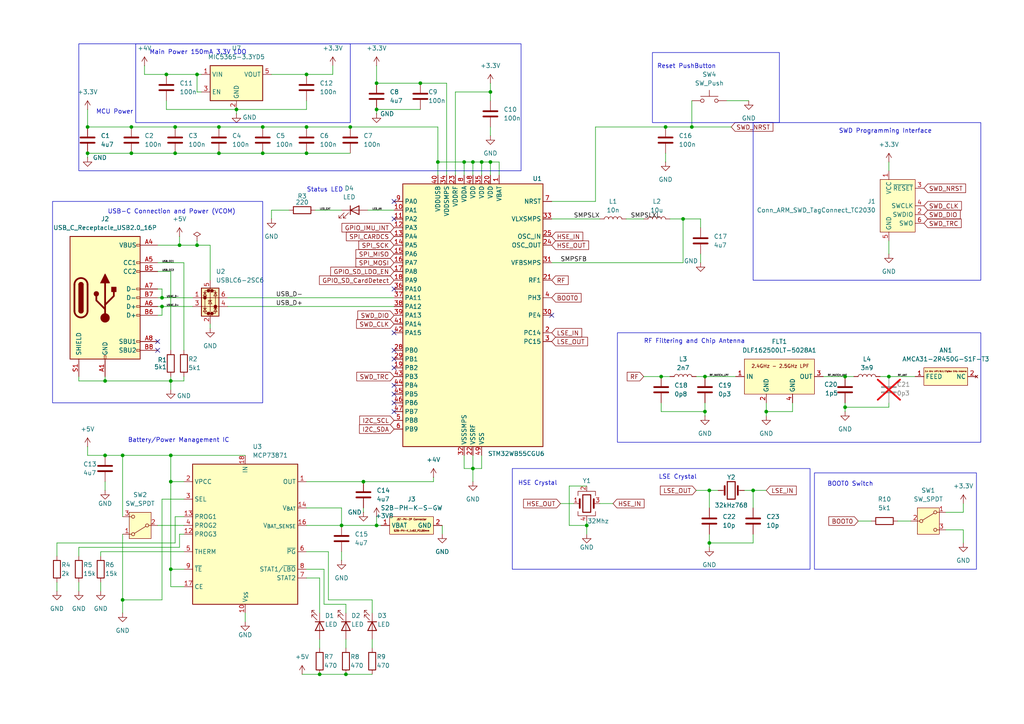
<source format=kicad_sch>
(kicad_sch
	(version 20250114)
	(generator "eeschema")
	(generator_version "9.0")
	(uuid "873d0b6d-8fbf-459e-bf4e-1e3f75ff4353")
	(paper "A4")
	(title_block
		(title "Trinity Devboard")
		(date "2025-12-05")
		(rev "V1.0")
		(company "Mayhance")
	)
	
	(rectangle
		(start 39.37 12.7)
		(end 101.6 35.56)
		(stroke
			(width 0)
			(type default)
		)
		(fill
			(type none)
		)
		(uuid 11d944df-49a7-470d-a7ee-94c9a4f719ad)
	)
	(rectangle
		(start 189.23 15.24)
		(end 226.06 35.56)
		(stroke
			(width 0)
			(type default)
		)
		(fill
			(type none)
		)
		(uuid 1fe55039-bc19-4755-9e69-ed90a96aa568)
	)
	(rectangle
		(start 335.28 110.49)
		(end 534.67 160.02)
		(stroke
			(width 0)
			(type default)
		)
		(fill
			(type none)
		)
		(uuid 24b538b3-4538-4b35-9452-31e7e3bd614b)
	)
	(rectangle
		(start 218.44 35.56)
		(end 284.48 81.28)
		(stroke
			(width 0)
			(type default)
		)
		(fill
			(type none)
		)
		(uuid 7699faaf-0276-4f26-bf91-2e981cfe6818)
	)
	(rectangle
		(start 22.86 12.7)
		(end 151.13 49.53)
		(stroke
			(width 0)
			(type default)
		)
		(fill
			(type none)
		)
		(uuid a7b9c0b5-6bb7-41bd-900a-2af5ed5bbf9f)
	)
	(rectangle
		(start 364.49 17.78)
		(end 496.57 80.01)
		(stroke
			(width 0)
			(type default)
		)
		(fill
			(type none)
		)
		(uuid c6f161f0-c25d-4fd9-9f2f-e2854f412eff)
	)
	(rectangle
		(start 148.59 135.89)
		(end 234.95 165.1)
		(stroke
			(width 0)
			(type default)
		)
		(fill
			(type none)
		)
		(uuid dedd8f39-0e54-43bf-8845-3d090f368855)
	)
	(rectangle
		(start 15.24 58.42)
		(end 76.2 116.84)
		(stroke
			(width 0)
			(type default)
		)
		(fill
			(type none)
		)
		(uuid e8eb4192-4f0a-4cae-a2a1-dc6563cf46a4)
	)
	(rectangle
		(start 236.22 137.16)
		(end 283.21 165.1)
		(stroke
			(width 0)
			(type default)
		)
		(fill
			(type none)
		)
		(uuid f867c235-5103-4f35-9e28-4c5584ca0ae2)
	)
	(rectangle
		(start 179.07 96.52)
		(end 284.48 128.27)
		(stroke
			(width 0)
			(type default)
		)
		(fill
			(type none)
		)
		(uuid f8bd51b3-34e1-4795-9a63-05bb95ae469e)
	)
	(text "Main Power 150mA 3.3V LDO "
		(exclude_from_sim no)
		(at 57.912 15.24 0)
		(effects
			(font
				(size 1.27 1.27)
			)
		)
		(uuid "0122e4b4-2ef8-48c6-8dcb-07baff6272bc")
	)
	(text "MicroSD Card Reader with Card Detect (SPI)"
		(exclude_from_sim no)
		(at 450.85 114.046 0)
		(effects
			(font
				(size 1.27 1.27)
			)
		)
		(uuid "16548a61-9b2f-49cd-a7b0-5c143fccf85e")
	)
	(text "SD Card 500 mA 3.3V LDO "
		(exclude_from_sim no)
		(at 368.808 128.27 0)
		(effects
			(font
				(size 1.27 1.27)
			)
		)
		(uuid "1824b0ee-e195-46a0-a6e0-d31dd876c8c9")
	)
	(text "IMU 150 mA 1.8V LDO"
		(exclude_from_sim no)
		(at 391.16 43.434 0)
		(effects
			(font
				(size 1.27 1.27)
			)
		)
		(uuid "1a3a381d-c6f3-4a6f-9c3a-9e6da42a0bdf")
	)
	(text "IMU (I2C)"
		(exclude_from_sim no)
		(at 429.768 21.844 0)
		(effects
			(font
				(size 1.27 1.27)
			)
		)
		(uuid "24da4684-ec52-4d8b-bd82-913a0adf26d4")
	)
	(text "MCU Power"
		(exclude_from_sim no)
		(at 33.274 32.512 0)
		(effects
			(font
				(size 1.27 1.27)
			)
		)
		(uuid "5f2e7c0f-124b-4fcd-9bee-f3a35443659a")
	)
	(text "USB-C Connection and Power (VCOM)"
		(exclude_from_sim no)
		(at 49.784 61.468 0)
		(effects
			(font
				(size 1.27 1.27)
			)
		)
		(uuid "6af63434-aef8-4423-b39e-18b6e1806314")
	)
	(text "LSE Crystal"
		(exclude_from_sim no)
		(at 196.596 138.43 0)
		(effects
			(font
				(size 1.27 1.27)
			)
		)
		(uuid "6f055d1e-6a4f-4551-815d-ef73c9d7796a")
	)
	(text "BOOT0 Switch"
		(exclude_from_sim no)
		(at 246.634 140.462 0)
		(effects
			(font
				(size 1.27 1.27)
			)
		)
		(uuid "83225487-2f1c-4097-b3c6-0138b93adf21")
	)
	(text "Battery/Power Management IC"
		(exclude_from_sim no)
		(at 51.816 127.762 0)
		(effects
			(font
				(size 1.27 1.27)
			)
		)
		(uuid "9a32533f-8260-42c9-9f7a-1e3c209b7bdb")
	)
	(text "Reset PushButton"
		(exclude_from_sim no)
		(at 199.136 19.304 0)
		(effects
			(font
				(size 1.27 1.27)
			)
		)
		(uuid "9afec43d-04e6-45ed-9812-44fe4baf203e")
	)
	(text "RF Filtering and Chip Antenna"
		(exclude_from_sim no)
		(at 201.422 99.06 0)
		(effects
			(font
				(size 1.27 1.27)
			)
		)
		(uuid "b266ee27-ab7e-41f1-8642-ed17c1f21f00")
	)
	(text "Status LED"
		(exclude_from_sim no)
		(at 94.234 55.118 0)
		(effects
			(font
				(size 1.27 1.27)
			)
		)
		(uuid "b7076262-3901-4a29-be24-3a801c142090")
	)
	(text "SWD Programming Interface"
		(exclude_from_sim no)
		(at 256.794 38.1 0)
		(effects
			(font
				(size 1.27 1.27)
			)
		)
		(uuid "cb10e935-f514-4575-b297-d63ee3a9c07c")
	)
	(text "HSE Crystal"
		(exclude_from_sim no)
		(at 155.956 140.208 0)
		(effects
			(font
				(size 1.27 1.27)
			)
		)
		(uuid "e1d9b23e-083a-445d-81ee-36f6863f74ae")
	)
	(junction
		(at 458.47 149.86)
		(diameter 0)
		(color 0 0 0 0)
		(uuid "06b0e4f2-cdd5-4796-b3f2-a1865fc74717")
	)
	(junction
		(at 142.24 46.99)
		(diameter 0)
		(color 0 0 0 0)
		(uuid "0771e089-3be7-4023-af11-2f0a112103b4")
	)
	(junction
		(at 76.2 36.83)
		(diameter 0)
		(color 0 0 0 0)
		(uuid "08ba7392-2c35-454e-b951-d79039abfc8d")
	)
	(junction
		(at 100.33 195.58)
		(diameter 0)
		(color 0 0 0 0)
		(uuid "0b5ff019-5591-4007-ae88-7c251a342287")
	)
	(junction
		(at 46.99 86.36)
		(diameter 0)
		(color 0 0 0 0)
		(uuid "0bf09920-62fa-4586-8343-e401638dd8cf")
	)
	(junction
		(at 68.58 31.75)
		(diameter 0)
		(color 0 0 0 0)
		(uuid "0f75ffb9-5abf-4dc8-ae90-4bc343dd888d")
	)
	(junction
		(at 379.73 152.4)
		(diameter 0)
		(color 0 0 0 0)
		(uuid "152c62aa-0cd8-48e9-9d7c-24ee8ced3386")
	)
	(junction
		(at 384.81 152.4)
		(diameter 0)
		(color 0 0 0 0)
		(uuid "18ecf60a-5aec-4f57-b482-9052e33ade25")
	)
	(junction
		(at 245.11 109.22)
		(diameter 0)
		(color 0 0 0 0)
		(uuid "20612464-2827-44d7-86bf-abcf6b0aa067")
	)
	(junction
		(at 398.78 138.43)
		(diameter 0)
		(color 0 0 0 0)
		(uuid "25b54e8e-7c08-47f0-978f-87a5feaabf36")
	)
	(junction
		(at 49.53 132.08)
		(diameter 0)
		(color 0 0 0 0)
		(uuid "25d72004-6d4c-4e46-9070-978555454813")
	)
	(junction
		(at 127 46.99)
		(diameter 0)
		(color 0 0 0 0)
		(uuid "26203bca-f8ab-40b9-bce3-934051f51229")
	)
	(junction
		(at 46.99 88.9)
		(diameter 0)
		(color 0 0 0 0)
		(uuid "27ebaeb0-0fd1-4f6f-8648-d73d44c0f4f4")
	)
	(junction
		(at 461.01 149.86)
		(diameter 0)
		(color 0 0 0 0)
		(uuid "29dda3f4-df01-449f-a86c-49c9623e19be")
	)
	(junction
		(at 381 52.07)
		(diameter 0)
		(color 0 0 0 0)
		(uuid "29fff66d-2f5d-4f4a-a508-b3cc01eecc32")
	)
	(junction
		(at 204.47 119.38)
		(diameter 0)
		(color 0 0 0 0)
		(uuid "2a4023b7-f6a7-45c9-9d21-e74cf2fc6aba")
	)
	(junction
		(at 433.07 46.99)
		(diameter 0)
		(color 0 0 0 0)
		(uuid "2c02edc3-1274-4fb7-b6d1-4bfa299b7ed6")
	)
	(junction
		(at 205.74 157.48)
		(diameter 0)
		(color 0 0 0 0)
		(uuid "2dd5b1e8-2cca-41c6-b9ac-4290fb87fdd4")
	)
	(junction
		(at 459.74 149.86)
		(diameter 0)
		(color 0 0 0 0)
		(uuid "317e0af0-a1c2-4402-b8bc-b796d97d1d3b")
	)
	(junction
		(at 134.62 46.99)
		(diameter 0)
		(color 0 0 0 0)
		(uuid "33e5c996-3636-48ea-a74f-37b335e16d0f")
	)
	(junction
		(at 427.99 133.35)
		(diameter 0)
		(color 0 0 0 0)
		(uuid "3bbc204c-67f3-432c-8a04-4e11592e3998")
	)
	(junction
		(at 25.4 36.83)
		(diameter 0)
		(color 0 0 0 0)
		(uuid "3c7f7854-e5d9-44df-93ba-61674b85d977")
	)
	(junction
		(at 408.94 138.43)
		(diameter 0)
		(color 0 0 0 0)
		(uuid "3c9befd4-8ff1-4a2e-8b98-dc782b0433fa")
	)
	(junction
		(at 49.53 139.7)
		(diameter 0)
		(color 0 0 0 0)
		(uuid "43f1c878-440d-4240-810b-99983db910a5")
	)
	(junction
		(at 438.15 49.53)
		(diameter 0)
		(color 0 0 0 0)
		(uuid "469ab023-fd56-48d4-8223-5dcdeb081ccf")
	)
	(junction
		(at 396.24 138.43)
		(diameter 0)
		(color 0 0 0 0)
		(uuid "4ad26bb2-b9fe-4229-bb52-70d7cf81a66a")
	)
	(junction
		(at 420.37 52.07)
		(diameter 0)
		(color 0 0 0 0)
		(uuid "4f311754-0fd8-4973-b982-bd60ad541155")
	)
	(junction
		(at 218.44 142.24)
		(diameter 0)
		(color 0 0 0 0)
		(uuid "511c38d0-ca31-40e8-a8b0-2fe0d74e0f40")
	)
	(junction
		(at 49.53 165.1)
		(diameter 0)
		(color 0 0 0 0)
		(uuid "52e0bc14-a7ad-4d31-8cb9-54d4be2b072c")
	)
	(junction
		(at 401.32 62.23)
		(diameter 0)
		(color 0 0 0 0)
		(uuid "5c7d707e-2c98-4a2d-84ee-0fec3bd835c9")
	)
	(junction
		(at 245.11 118.11)
		(diameter 0)
		(color 0 0 0 0)
		(uuid "5ed7d4ca-73fb-4b5c-8cc8-8bab9a9f58b0")
	)
	(junction
		(at 50.8 36.83)
		(diameter 0)
		(color 0 0 0 0)
		(uuid "5f7ce9f3-dd07-4241-a63e-6e55bde87476")
	)
	(junction
		(at 410.21 52.07)
		(diameter 0)
		(color 0 0 0 0)
		(uuid "62faa404-6ac0-4d70-a568-6fab6db2b193")
	)
	(junction
		(at 25.4 44.45)
		(diameter 0)
		(color 0 0 0 0)
		(uuid "63da3cbe-9b18-4416-baea-6f525eed65f0")
	)
	(junction
		(at 170.18 152.4)
		(diameter 0)
		(color 0 0 0 0)
		(uuid "6430a68e-46ee-40f3-b266-a1796b3ba58f")
	)
	(junction
		(at 35.56 132.08)
		(diameter 0)
		(color 0 0 0 0)
		(uuid "65911523-215a-4de8-a9d3-6594739f7f68")
	)
	(junction
		(at 427.99 118.11)
		(diameter 0)
		(color 0 0 0 0)
		(uuid "65a0f47f-3c5a-4252-a804-022ead3770c8")
	)
	(junction
		(at 204.47 109.22)
		(diameter 0)
		(color 0 0 0 0)
		(uuid "6c14ef3c-1ad2-414b-bf71-3f7f656312fa")
	)
	(junction
		(at 137.16 135.89)
		(diameter 0)
		(color 0 0 0 0)
		(uuid "6f29bd30-4ea5-456c-96f7-5af32430ead4")
	)
	(junction
		(at 99.06 152.4)
		(diameter 0)
		(color 0 0 0 0)
		(uuid "6f49aaa9-74d8-4734-bd31-b1d5667b7ee4")
	)
	(junction
		(at 142.24 26.67)
		(diameter 0)
		(color 0 0 0 0)
		(uuid "6f9e7a59-28a8-410f-8723-7476adbe8eb1")
	)
	(junction
		(at 121.92 24.13)
		(diameter 0)
		(color 0 0 0 0)
		(uuid "709a8f05-ef2f-4443-845d-4a50f8bb7e42")
	)
	(junction
		(at 198.12 63.5)
		(diameter 0)
		(color 0 0 0 0)
		(uuid "714be95b-2b4c-4e24-bccc-7d71335a4521")
	)
	(junction
		(at 88.9 21.59)
		(diameter 0)
		(color 0 0 0 0)
		(uuid "731bc1d2-33ca-4f4c-a48a-15e04ccaad4c")
	)
	(junction
		(at 38.1 36.83)
		(diameter 0)
		(color 0 0 0 0)
		(uuid "7442ec69-30f3-4bdf-9f79-9e468aac8e34")
	)
	(junction
		(at 88.9 44.45)
		(diameter 0)
		(color 0 0 0 0)
		(uuid "75178324-d2e9-498c-bb58-a6917be62c2b")
	)
	(junction
		(at 76.2 44.45)
		(diameter 0)
		(color 0 0 0 0)
		(uuid "7b814c3b-e116-4958-b41b-19b8236a65df")
	)
	(junction
		(at 49.53 110.49)
		(diameter 0)
		(color 0 0 0 0)
		(uuid "7d793d66-e326-4cc0-9227-6bb273177f8c")
	)
	(junction
		(at 401.32 138.43)
		(diameter 0)
		(color 0 0 0 0)
		(uuid "7ec6f109-ff47-4ba2-b658-e0e90df85e3e")
	)
	(junction
		(at 92.71 195.58)
		(diameter 0)
		(color 0 0 0 0)
		(uuid "83eb629d-9097-4c7c-b20e-45c8c5bd78a0")
	)
	(junction
		(at 431.8 118.11)
		(diameter 0)
		(color 0 0 0 0)
		(uuid "8b0e90cf-48f7-4478-8cce-33b6aa4078fc")
	)
	(junction
		(at 344.17 139.7)
		(diameter 0)
		(color 0 0 0 0)
		(uuid "914aa778-2e4f-4291-be5a-0575541f2e4c")
	)
	(junction
		(at 469.9 25.4)
		(diameter 0)
		(color 0 0 0 0)
		(uuid "940abd3b-daf4-4bc7-a289-000a93123ccb")
	)
	(junction
		(at 88.9 36.83)
		(diameter 0)
		(color 0 0 0 0)
		(uuid "982da6b9-7a70-4476-b4bb-7652c702d97e")
	)
	(junction
		(at 57.15 71.12)
		(diameter 0)
		(color 0 0 0 0)
		(uuid "9af650fb-cbca-4c92-8d9e-6aec42073a98")
	)
	(junction
		(at 391.16 52.07)
		(diameter 0)
		(color 0 0 0 0)
		(uuid "9e7a542b-1b5e-4914-8407-4d6e992993e2")
	)
	(junction
		(at 105.41 139.7)
		(diameter 0)
		(color 0 0 0 0)
		(uuid "a08e386d-5cb0-4dff-adf3-7666512da480")
	)
	(junction
		(at 200.66 36.83)
		(diameter 0)
		(color 0 0 0 0)
		(uuid "a382f41c-1075-4ad8-a5c0-ca4adc027da7")
	)
	(junction
		(at 510.54 118.11)
		(diameter 0)
		(color 0 0 0 0)
		(uuid "a812f287-4db4-4f1b-808e-d9f8aa3a8b63")
	)
	(junction
		(at 35.56 173.99)
		(diameter 0)
		(color 0 0 0 0)
		(uuid "a84067a9-8908-4a28-86e3-d23a265b399a")
	)
	(junction
		(at 63.5 44.45)
		(diameter 0)
		(color 0 0 0 0)
		(uuid "ab42d14c-df00-4b26-a12f-7768d1aa5df6")
	)
	(junction
		(at 48.26 21.59)
		(diameter 0)
		(color 0 0 0 0)
		(uuid "ab8ba419-3777-479d-8c60-f40a6720f779")
	)
	(junction
		(at 454.66 25.4)
		(diameter 0)
		(color 0 0 0 0)
		(uuid "ac362e3a-ff20-4c5b-8741-54ba2af2ed80")
	)
	(junction
		(at 30.48 132.08)
		(diameter 0)
		(color 0 0 0 0)
		(uuid "ae21f768-eb87-4102-b1ab-15cefd45ef7f")
	)
	(junction
		(at 30.48 110.49)
		(diameter 0)
		(color 0 0 0 0)
		(uuid "b166d566-513a-4499-8027-4ecdfdb4d823")
	)
	(junction
		(at 414.02 52.07)
		(diameter 0)
		(color 0 0 0 0)
		(uuid "b19ab9d8-97cd-4a2e-a2b1-9eb59c1af393")
	)
	(junction
		(at 222.25 119.38)
		(diameter 0)
		(color 0 0 0 0)
		(uuid "b5d3f376-372b-4dcc-8acc-cdb0e2f70ae2")
	)
	(junction
		(at 193.04 36.83)
		(diameter 0)
		(color 0 0 0 0)
		(uuid "b86ab082-f1ba-490e-867e-4cc77c5f457d")
	)
	(junction
		(at 382.27 153.67)
		(diameter 0)
		(color 0 0 0 0)
		(uuid "c27ce626-a31b-459d-8dbb-7dd35099aeb0")
	)
	(junction
		(at 497.84 133.35)
		(diameter 0)
		(color 0 0 0 0)
		(uuid "c31fba5d-4918-4880-bef2-f059a5d5a8be")
	)
	(junction
		(at 257.81 109.22)
		(diameter 0)
		(color 0 0 0 0)
		(uuid "cc63acc9-fa15-4a6d-82da-e57c46d71739")
	)
	(junction
		(at 101.6 36.83)
		(diameter 0)
		(color 0 0 0 0)
		(uuid "d4d7d4ab-5460-4e0f-911b-a67cf90873d0")
	)
	(junction
		(at 52.07 71.12)
		(diameter 0)
		(color 0 0 0 0)
		(uuid "d6229ca2-6d26-400c-8e78-c2bb4c93a744")
	)
	(junction
		(at 50.8 44.45)
		(diameter 0)
		(color 0 0 0 0)
		(uuid "e09592c2-3311-4577-8990-e8f08183b70f")
	)
	(junction
		(at 497.84 118.11)
		(diameter 0)
		(color 0 0 0 0)
		(uuid "e239c1f7-11cb-4a45-8754-99a5b360cc69")
	)
	(junction
		(at 109.22 24.13)
		(diameter 0)
		(color 0 0 0 0)
		(uuid "e4053e86-67fd-4810-a601-3121a9604a1b")
	)
	(junction
		(at 139.7 46.99)
		(diameter 0)
		(color 0 0 0 0)
		(uuid "e432c558-d495-4649-8908-54b0a92af240")
	)
	(junction
		(at 63.5 36.83)
		(diameter 0)
		(color 0 0 0 0)
		(uuid "e49549fb-3e4e-4520-997c-5e7fde344798")
	)
	(junction
		(at 137.16 46.99)
		(diameter 0)
		(color 0 0 0 0)
		(uuid "e8f04249-86fd-4df7-b6eb-4e6c071443ca")
	)
	(junction
		(at 109.22 31.75)
		(diameter 0)
		(color 0 0 0 0)
		(uuid "ee301325-2098-4e34-99b4-a81e7844e284")
	)
	(junction
		(at 191.77 109.22)
		(diameter 0)
		(color 0 0 0 0)
		(uuid "eeb49e75-e8ae-4c21-8288-2fef8ee50d32")
	)
	(junction
		(at 38.1 44.45)
		(diameter 0)
		(color 0 0 0 0)
		(uuid "ef31377d-340c-4d0f-9c59-a3cdce9dabd6")
	)
	(junction
		(at 57.15 21.59)
		(diameter 0)
		(color 0 0 0 0)
		(uuid "f1b96c52-308d-42e5-a9d2-e014d52a9935")
	)
	(junction
		(at 109.22 152.4)
		(diameter 0)
		(color 0 0 0 0)
		(uuid "f1c1ee93-16a2-4466-b1fe-50d3f3790246")
	)
	(junction
		(at 516.89 138.43)
		(diameter 0)
		(color 0 0 0 0)
		(uuid "f633bc7d-a717-4126-a871-44c45f80a760")
	)
	(junction
		(at 438.15 25.4)
		(diameter 0)
		(color 0 0 0 0)
		(uuid "fb833aab-fb64-4264-bfd2-625261a44751")
	)
	(junction
		(at 205.74 142.24)
		(diameter 0)
		(color 0 0 0 0)
		(uuid "fdbbbe44-04de-4c43-a8ef-190fd022a36d")
	)
	(no_connect
		(at 439.42 44.45)
		(uuid "06d48843-6a3a-4ee5-bce3-b58de6a0fe81")
	)
	(no_connect
		(at 114.3 119.38)
		(uuid "0768de6d-272a-4793-88ad-9ffb7a4192df")
	)
	(no_connect
		(at 114.3 63.5)
		(uuid "1ae5a418-c0f9-49cc-ae25-97db156da255")
	)
	(no_connect
		(at 114.3 106.68)
		(uuid "5769a0f0-daf9-4106-98ae-375d3abc1885")
	)
	(no_connect
		(at 439.42 57.15)
		(uuid "588f1b59-da27-48cb-8898-20e45b3310f2")
	)
	(no_connect
		(at 464.82 52.07)
		(uuid "771f2d6b-1aea-443e-8429-ac9ebd879702")
	)
	(no_connect
		(at 114.3 96.52)
		(uuid "7ae789ca-687e-47ad-a359-fe9333cf2dac")
	)
	(no_connect
		(at 464.82 49.53)
		(uuid "90b0522a-b8bd-4375-801f-0ac248cf9dc3")
	)
	(no_connect
		(at 114.3 116.84)
		(uuid "98e536e4-bda4-420e-9d62-c01fac4669b6")
	)
	(no_connect
		(at 160.02 91.44)
		(uuid "9dc60de0-c158-4383-aa8d-5bbba7f5f45e")
	)
	(no_connect
		(at 114.3 83.82)
		(uuid "9ee6a3ad-b022-4ef2-8035-d9ac1bf7ea9d")
	)
	(no_connect
		(at 114.3 101.6)
		(uuid "c4d7a30d-1c0d-4f8f-961d-d88897b1b9ab")
	)
	(no_connect
		(at 114.3 58.42)
		(uuid "c7129cf4-4483-424a-a17b-7f1a8b0c0def")
	)
	(no_connect
		(at 114.3 114.3)
		(uuid "d5351fdb-3e94-4561-811e-4f88996ae298")
	)
	(no_connect
		(at 114.3 111.76)
		(uuid "d7ac9c8b-cec3-4213-bbe0-7398a60b2d5c")
	)
	(no_connect
		(at 45.72 99.06)
		(uuid "da06dfb5-5b14-4795-bbf3-e04314d35801")
	)
	(no_connect
		(at 45.72 101.6)
		(uuid "dd9b18f4-0b74-46ca-abf3-0681988dd201")
	)
	(no_connect
		(at 114.3 104.14)
		(uuid "e442cd70-7138-4ab8-b884-99ae11d3e736")
	)
	(wire
		(pts
			(xy 420.37 34.29) (xy 420.37 52.07)
		)
		(stroke
			(width 0)
			(type default)
		)
		(uuid "0075c3e4-7260-4a1b-8842-57760af87383")
	)
	(wire
		(pts
			(xy 46.99 88.9) (xy 55.88 88.9)
		)
		(stroke
			(width 0)
			(type default)
		)
		(uuid "00cdc5bd-2a49-400f-b462-4eb2d7dcf35c")
	)
	(wire
		(pts
			(xy 45.72 91.44) (xy 46.99 91.44)
		)
		(stroke
			(width 0)
			(type default)
		)
		(uuid "00ff17cd-8e4c-408b-870b-df4a0b21e7fc")
	)
	(wire
		(pts
			(xy 245.11 109.22) (xy 247.65 109.22)
		)
		(stroke
			(width 0)
			(type default)
		)
		(uuid "02908e50-800a-4216-a26f-c52f549efac6")
	)
	(wire
		(pts
			(xy 35.56 154.94) (xy 35.56 173.99)
		)
		(stroke
			(width 0)
			(type default)
		)
		(uuid "02e16290-72f1-456a-9393-0c03e9937efd")
	)
	(wire
		(pts
			(xy 30.48 110.49) (xy 49.53 110.49)
		)
		(stroke
			(width 0)
			(type default)
		)
		(uuid "040723fd-242b-42bf-aa16-1a136fe3cb8e")
	)
	(wire
		(pts
			(xy 222.25 116.84) (xy 222.25 119.38)
		)
		(stroke
			(width 0)
			(type default)
		)
		(uuid "04c7bb99-2398-4d6c-b681-2762f1e8a941")
	)
	(wire
		(pts
			(xy 427.99 118.11) (xy 408.94 118.11)
		)
		(stroke
			(width 0)
			(type default)
		)
		(uuid "0524ea81-6f19-488a-b1f8-eb4df4ea183f")
	)
	(wire
		(pts
			(xy 210.82 29.21) (xy 217.17 29.21)
		)
		(stroke
			(width 0)
			(type default)
		)
		(uuid "06ea305f-7d57-41e8-9eae-c2062c0e073e")
	)
	(wire
		(pts
			(xy 488.95 140.97) (xy 488.95 144.78)
		)
		(stroke
			(width 0)
			(type default)
		)
		(uuid "070b8705-3a7a-4308-afde-404e687510f5")
	)
	(wire
		(pts
			(xy 463.55 148.59) (xy 463.55 149.86)
		)
		(stroke
			(width 0)
			(type default)
		)
		(uuid "0747338a-0229-412e-bc03-b520aa3128f8")
	)
	(wire
		(pts
			(xy 379.73 152.4) (xy 379.73 153.67)
		)
		(stroke
			(width 0)
			(type default)
		)
		(uuid "0841e213-3472-41bc-a27b-57629324183b")
	)
	(wire
		(pts
			(xy 88.9 152.4) (xy 99.06 152.4)
		)
		(stroke
			(width 0)
			(type default)
		)
		(uuid "0866f48b-a357-4da0-a199-210354387cc9")
	)
	(wire
		(pts
			(xy 129.54 24.13) (xy 129.54 50.8)
		)
		(stroke
			(width 0)
			(type default)
		)
		(uuid "0870cdb8-83c4-415b-a3ae-d3a9215ec197")
	)
	(wire
		(pts
			(xy 401.32 152.4) (xy 384.81 152.4)
		)
		(stroke
			(width 0)
			(type default)
		)
		(uuid "096cc4bd-3bde-40fd-91a1-aa51e3d8b663")
	)
	(wire
		(pts
			(xy 45.72 71.12) (xy 52.07 71.12)
		)
		(stroke
			(width 0)
			(type default)
		)
		(uuid "09bea2b4-94d8-4112-bf82-949ee23a6d09")
	)
	(wire
		(pts
			(xy 25.4 132.08) (xy 30.48 132.08)
		)
		(stroke
			(width 0)
			(type default)
		)
		(uuid "0a906ce3-0bfa-4cf9-8807-5649d4636f22")
	)
	(wire
		(pts
			(xy 100.33 177.8) (xy 100.33 175.26)
		)
		(stroke
			(width 0)
			(type default)
		)
		(uuid "0b3f74c3-baaf-4473-8996-1135fae913d9")
	)
	(wire
		(pts
			(xy 391.16 52.07) (xy 391.16 54.61)
		)
		(stroke
			(width 0)
			(type default)
		)
		(uuid "0b742f13-3469-4d4a-a8af-013c2edcf68f")
	)
	(wire
		(pts
			(xy 60.96 81.28) (xy 60.96 71.12)
		)
		(stroke
			(width 0)
			(type default)
		)
		(uuid "0b7868b7-5e9c-44f6-822f-9a5adf250bca")
	)
	(wire
		(pts
			(xy 510.54 118.11) (xy 516.89 118.11)
		)
		(stroke
			(width 0)
			(type default)
		)
		(uuid "0cb9aa0f-1efb-4761-86f8-081002446467")
	)
	(wire
		(pts
			(xy 76.2 44.45) (xy 88.9 44.45)
		)
		(stroke
			(width 0)
			(type default)
		)
		(uuid "0cda5228-5f08-48f9-9bb1-a5d9ac9bfb30")
	)
	(wire
		(pts
			(xy 52.07 68.58) (xy 52.07 71.12)
		)
		(stroke
			(width 0)
			(type default)
		)
		(uuid "0cec409e-4c60-46af-9927-37bbd433c8fd")
	)
	(wire
		(pts
			(xy 408.94 118.11) (xy 408.94 138.43)
		)
		(stroke
			(width 0)
			(type default)
		)
		(uuid "0d463b7a-3eac-419c-8e6a-755790dba4b4")
	)
	(wire
		(pts
			(xy 458.47 149.86) (xy 459.74 149.86)
		)
		(stroke
			(width 0)
			(type default)
		)
		(uuid "103acee0-1ad4-427d-a7d6-a9863647dce5")
	)
	(wire
		(pts
			(xy 132.08 26.67) (xy 142.24 26.67)
		)
		(stroke
			(width 0)
			(type default)
		)
		(uuid "1166f70d-d15e-491d-a906-eff8b8af6036")
	)
	(wire
		(pts
			(xy 455.93 148.59) (xy 455.93 149.86)
		)
		(stroke
			(width 0)
			(type default)
		)
		(uuid "11b0a685-547a-4b9e-8983-0dfeee6a4134")
	)
	(wire
		(pts
			(xy 128.27 152.4) (xy 128.27 154.94)
		)
		(stroke
			(width 0)
			(type default)
		)
		(uuid "11b49a6b-645d-48de-9316-d7fe8a294391")
	)
	(wire
		(pts
			(xy 430.53 49.53) (xy 438.15 49.53)
		)
		(stroke
			(width 0)
			(type default)
		)
		(uuid "1229c2b6-aed4-42d8-bb4d-7c87a793dad1")
	)
	(wire
		(pts
			(xy 257.81 46.99) (xy 257.81 49.53)
		)
		(stroke
			(width 0)
			(type default)
		)
		(uuid "122f73d7-92f7-43c4-80fc-42ffc975a438")
	)
	(wire
		(pts
			(xy 160.02 63.5) (xy 173.99 63.5)
		)
		(stroke
			(width 0)
			(type default)
		)
		(uuid "13268f55-668c-4a77-854f-afe0060a907c")
	)
	(wire
		(pts
			(xy 257.81 69.85) (xy 257.81 73.66)
		)
		(stroke
			(width 0)
			(type default)
		)
		(uuid "142603d8-507c-482d-9139-078c0417f6ba")
	)
	(wire
		(pts
			(xy 134.62 46.99) (xy 134.62 50.8)
		)
		(stroke
			(width 0)
			(type default)
		)
		(uuid "158581aa-28fd-46ac-b3cf-f08e94a7ebbb")
	)
	(wire
		(pts
			(xy 160.02 76.2) (xy 198.12 76.2)
		)
		(stroke
			(width 0)
			(type default)
		)
		(uuid "16b24c29-e507-4efd-ae07-6ef1fc118418")
	)
	(wire
		(pts
			(xy 436.88 59.69) (xy 439.42 59.69)
		)
		(stroke
			(width 0)
			(type default)
		)
		(uuid "17247734-09ee-4adf-8e30-dd85f504ed0d")
	)
	(wire
		(pts
			(xy 454.66 25.4) (xy 469.9 25.4)
		)
		(stroke
			(width 0)
			(type default)
		)
		(uuid "17fb867e-e580-45ee-9d9f-abce0583ebf4")
	)
	(wire
		(pts
			(xy 50.8 149.86) (xy 53.34 149.86)
		)
		(stroke
			(width 0)
			(type default)
		)
		(uuid "18704f2c-34d4-477a-87f1-cb964c50bc2f")
	)
	(wire
		(pts
			(xy 279.4 157.48) (xy 279.4 153.67)
		)
		(stroke
			(width 0)
			(type default)
		)
		(uuid "188bb285-85dd-4299-aa6c-5e3ef723d2a4")
	)
	(wire
		(pts
			(xy 134.62 132.08) (xy 134.62 135.89)
		)
		(stroke
			(width 0)
			(type default)
		)
		(uuid "18b14125-4193-46c7-973d-0875fd4437b5")
	)
	(wire
		(pts
			(xy 52.07 154.94) (xy 53.34 154.94)
		)
		(stroke
			(width 0)
			(type default)
		)
		(uuid "18dc2953-cbc4-40c3-9009-7b7941c20148")
	)
	(wire
		(pts
			(xy 205.74 142.24) (xy 208.28 142.24)
		)
		(stroke
			(width 0)
			(type default)
		)
		(uuid "19a6bfa4-9296-4d1c-a4b4-72ddf6c58390")
	)
	(wire
		(pts
			(xy 25.4 36.83) (xy 38.1 36.83)
		)
		(stroke
			(width 0)
			(type default)
		)
		(uuid "1a4a0bb9-3042-4d97-ba5d-4e9dd7042e1f")
	)
	(wire
		(pts
			(xy 458.47 148.59) (xy 458.47 149.86)
		)
		(stroke
			(width 0)
			(type default)
		)
		(uuid "1bcc6337-9703-45d6-9a7c-d2535a6b92fd")
	)
	(wire
		(pts
			(xy 109.22 19.05) (xy 109.22 24.13)
		)
		(stroke
			(width 0)
			(type default)
		)
		(uuid "1bf63657-f53c-4fb3-bd9e-358de9aaa869")
	)
	(wire
		(pts
			(xy 172.72 36.83) (xy 193.04 36.83)
		)
		(stroke
			(width 0)
			(type default)
		)
		(uuid "1dc396eb-9959-41d2-b29e-3c5667cd4c2a")
	)
	(wire
		(pts
			(xy 137.16 135.89) (xy 137.16 139.7)
		)
		(stroke
			(width 0)
			(type default)
		)
		(uuid "1df7cee4-740b-482a-82c9-a467fe2c3b63")
	)
	(wire
		(pts
			(xy 381 59.69) (xy 381 62.23)
		)
		(stroke
			(width 0)
			(type default)
		)
		(uuid "1dff4ee9-f14c-459b-a97b-843a38fec32b")
	)
	(wire
		(pts
			(xy 134.62 135.89) (xy 137.16 135.89)
		)
		(stroke
			(width 0)
			(type default)
		)
		(uuid "1e865e8a-65c0-4362-8c74-7392a788e89f")
	)
	(wire
		(pts
			(xy 377.19 49.53) (xy 377.19 52.07)
		)
		(stroke
			(width 0)
			(type default)
		)
		(uuid "200c7900-d45b-42ed-bd0b-0565112e9542")
	)
	(wire
		(pts
			(xy 92.71 167.64) (xy 88.9 167.64)
		)
		(stroke
			(width 0)
			(type default)
		)
		(uuid "20893d2d-7f83-4653-a5ff-be92a6bc30c5")
	)
	(wire
		(pts
			(xy 95.25 173.99) (xy 95.25 160.02)
		)
		(stroke
			(width 0)
			(type default)
		)
		(uuid "2158529b-28ac-4d2e-a3e8-d16df0c99904")
	)
	(wire
		(pts
			(xy 48.26 29.21) (xy 48.26 31.75)
		)
		(stroke
			(width 0)
			(type default)
		)
		(uuid "236f7f22-20b4-4984-95da-142f4842a4fc")
	)
	(wire
		(pts
			(xy 91.44 60.96) (xy 99.06 60.96)
		)
		(stroke
			(width 0)
			(type default)
		)
		(uuid "2420a4aa-e0d4-43d3-beda-5b62a027d01d")
	)
	(wire
		(pts
			(xy 165.1 152.4) (xy 170.18 152.4)
		)
		(stroke
			(width 0)
			(type default)
		)
		(uuid "245b76a1-8ea9-4089-a52b-24183a6735fb")
	)
	(wire
		(pts
			(xy 101.6 36.83) (xy 127 36.83)
		)
		(stroke
			(width 0)
			(type default)
		)
		(uuid "2743ea7f-dc77-45e7-9f74-983fffc2dd45")
	)
	(wire
		(pts
			(xy 38.1 36.83) (xy 50.8 36.83)
		)
		(stroke
			(width 0)
			(type default)
		)
		(uuid "27a23e10-78c3-451c-a4d7-3b4c3254adc8")
	)
	(wire
		(pts
			(xy 367.03 144.78) (xy 372.11 144.78)
		)
		(stroke
			(width 0)
			(type default)
		)
		(uuid "28ae8d5c-fd27-4b3a-8085-2de6464294cf")
	)
	(wire
		(pts
			(xy 49.53 132.08) (xy 71.12 132.08)
		)
		(stroke
			(width 0)
			(type default)
		)
		(uuid "28ef758b-772f-4813-9479-08f689376e12")
	)
	(wire
		(pts
			(xy 57.15 71.12) (xy 60.96 71.12)
		)
		(stroke
			(width 0)
			(type default)
		)
		(uuid "29266f9b-d690-47ea-9bbb-7438f9c2bc68")
	)
	(wire
		(pts
			(xy 134.62 46.99) (xy 137.16 46.99)
		)
		(stroke
			(width 0)
			(type default)
		)
		(uuid "29937b50-0cc0-41c6-bdb4-0da7a66b26f5")
	)
	(wire
		(pts
			(xy 45.72 152.4) (xy 53.34 152.4)
		)
		(stroke
			(width 0)
			(type default)
		)
		(uuid "29fbd803-7f2c-491f-88d5-536357b235b4")
	)
	(wire
		(pts
			(xy 165.1 140.97) (xy 165.1 152.4)
		)
		(stroke
			(width 0)
			(type default)
		)
		(uuid "2a26b0a6-1b08-4eb4-8329-767677b148f8")
	)
	(wire
		(pts
			(xy 106.68 60.96) (xy 114.3 60.96)
		)
		(stroke
			(width 0)
			(type default)
		)
		(uuid "2a8e4fac-61cf-4ca9-96a2-3e1316268820")
	)
	(wire
		(pts
			(xy 181.61 63.5) (xy 186.69 63.5)
		)
		(stroke
			(width 0)
			(type default)
		)
		(uuid "2c3486bc-0b5f-423a-81c3-5a5b2bcf1e91")
	)
	(wire
		(pts
			(xy 50.8 36.83) (xy 63.5 36.83)
		)
		(stroke
			(width 0)
			(type default)
		)
		(uuid "2c51a9db-3afc-4838-81bb-0621912021e5")
	)
	(wire
		(pts
			(xy 109.22 31.75) (xy 121.92 31.75)
		)
		(stroke
			(width 0)
			(type default)
		)
		(uuid "30368663-dcef-4ba5-8f76-18cc2344d5cc")
	)
	(wire
		(pts
			(xy 222.25 119.38) (xy 222.25 120.65)
		)
		(stroke
			(width 0)
			(type default)
		)
		(uuid "32110ad5-5aa5-451c-892d-8f30f9f45763")
	)
	(wire
		(pts
			(xy 95.25 160.02) (xy 88.9 160.02)
		)
		(stroke
			(width 0)
			(type default)
		)
		(uuid "3382fba8-1cce-4e49-9b6e-d6a5fc2742c5")
	)
	(wire
		(pts
			(xy 46.99 83.82) (xy 46.99 86.36)
		)
		(stroke
			(width 0)
			(type default)
		)
		(uuid "3459bd6e-e0ec-428f-bbf5-f9d2f3cdf511")
	)
	(wire
		(pts
			(xy 30.48 139.7) (xy 30.48 142.24)
		)
		(stroke
			(width 0)
			(type default)
		)
		(uuid "34c09c7d-fe95-42b5-a85b-38cbba980400")
	)
	(wire
		(pts
			(xy 22.86 168.91) (xy 22.86 171.45)
		)
		(stroke
			(width 0)
			(type default)
		)
		(uuid "35548e1c-71aa-4ee5-ab41-20c5eb66035c")
	)
	(wire
		(pts
			(xy 430.53 46.99) (xy 433.07 46.99)
		)
		(stroke
			(width 0)
			(type default)
		)
		(uuid "35b568d7-beef-426c-b667-b4423d942626")
	)
	(wire
		(pts
			(xy 107.95 173.99) (xy 95.25 173.99)
		)
		(stroke
			(width 0)
			(type default)
		)
		(uuid "36c04475-6409-4630-8032-fe298839b2c1")
	)
	(wire
		(pts
			(xy 408.94 138.43) (xy 433.07 138.43)
		)
		(stroke
			(width 0)
			(type default)
		)
		(uuid "3825a8ed-7105-47f9-90fa-ea6de69aeef4")
	)
	(wire
		(pts
			(xy 344.17 139.7) (xy 372.11 139.7)
		)
		(stroke
			(width 0)
			(type default)
		)
		(uuid "388e5e46-33c4-4b1b-b183-2cad1775b85a")
	)
	(wire
		(pts
			(xy 22.86 158.75) (xy 52.07 158.75)
		)
		(stroke
			(width 0)
			(type default)
		)
		(uuid "3891d907-33da-485e-a614-00f13b24664a")
	)
	(wire
		(pts
			(xy 463.55 149.86) (xy 461.01 149.86)
		)
		(stroke
			(width 0)
			(type default)
		)
		(uuid "3a785f1b-9b0e-4498-ad72-39b79ebc3426")
	)
	(wire
		(pts
			(xy 433.07 25.4) (xy 438.15 25.4)
		)
		(stroke
			(width 0)
			(type default)
		)
		(uuid "3b0b1510-6373-4b55-a3b4-ef5afcc33686")
	)
	(wire
		(pts
			(xy 491.49 127) (xy 491.49 130.81)
		)
		(stroke
			(width 0)
			(type default)
		)
		(uuid "3bdc258b-784d-400b-8d07-a5bde4ca3d64")
	)
	(wire
		(pts
			(xy 203.2 73.66) (xy 203.2 76.2)
		)
		(stroke
			(width 0)
			(type default)
		)
		(uuid "3c75265a-ebdc-41ea-afd3-cd82b2470add")
	)
	(wire
		(pts
			(xy 139.7 46.99) (xy 139.7 50.8)
		)
		(stroke
			(width 0)
			(type default)
		)
		(uuid "3c7b9a90-9400-42af-82b4-6bdd9eb2c94e")
	)
	(wire
		(pts
			(xy 469.9 25.4) (xy 474.98 25.4)
		)
		(stroke
			(width 0)
			(type default)
		)
		(uuid "3d0894ab-cb2e-48c1-9a61-cd9e18474df2")
	)
	(wire
		(pts
			(xy 46.99 86.36) (xy 55.88 86.36)
		)
		(stroke
			(width 0)
			(type default)
		)
		(uuid "3e3a70b7-9a31-443d-850d-d033c84c7d40")
	)
	(wire
		(pts
			(xy 218.44 142.24) (xy 222.25 142.24)
		)
		(stroke
			(width 0)
			(type default)
		)
		(uuid "3e52f87a-85b4-405b-9452-85a8ce1283af")
	)
	(wire
		(pts
			(xy 142.24 26.67) (xy 142.24 29.21)
		)
		(stroke
			(width 0)
			(type default)
		)
		(uuid "3ec0f8f0-c466-4ee8-b527-e28f53a53562")
	)
	(wire
		(pts
			(xy 170.18 140.97) (xy 165.1 140.97)
		)
		(stroke
			(width 0)
			(type default)
		)
		(uuid "40abe0f5-8c14-4c74-b52e-03486463ab40")
	)
	(wire
		(pts
			(xy 142.24 46.99) (xy 144.78 46.99)
		)
		(stroke
			(width 0)
			(type default)
		)
		(uuid "41c2b1f2-adc4-4812-8939-3d420c143ffa")
	)
	(wire
		(pts
			(xy 396.24 138.43) (xy 398.78 138.43)
		)
		(stroke
			(width 0)
			(type default)
		)
		(uuid "41d8fc1b-b32d-4b6b-aca7-3dc0602b890b")
	)
	(wire
		(pts
			(xy 394.97 138.43) (xy 396.24 138.43)
		)
		(stroke
			(width 0)
			(type default)
		)
		(uuid "41e2d22c-8a24-4777-aa59-adcd96e3e9f4")
	)
	(wire
		(pts
			(xy 57.15 21.59) (xy 58.42 21.59)
		)
		(stroke
			(width 0)
			(type default)
		)
		(uuid "4414aa6f-d111-4af2-8731-1a197b5b7964")
	)
	(wire
		(pts
			(xy 162.56 146.05) (xy 166.37 146.05)
		)
		(stroke
			(width 0)
			(type default)
		)
		(uuid "457699b6-ee79-4ffd-bc80-09e4c330b622")
	)
	(wire
		(pts
			(xy 22.86 109.22) (xy 22.86 110.49)
		)
		(stroke
			(width 0)
			(type default)
		)
		(uuid "487920ed-4b18-4a9a-8d8b-613c729d3eb7")
	)
	(wire
		(pts
			(xy 53.34 139.7) (xy 49.53 139.7)
		)
		(stroke
			(width 0)
			(type default)
		)
		(uuid "48962949-24f2-43d6-b8b2-c5eefba988a6")
	)
	(wire
		(pts
			(xy 93.98 175.26) (xy 93.98 165.1)
		)
		(stroke
			(width 0)
			(type default)
		)
		(uuid "4afd0ad1-25f7-4e01-8585-04ff58c16375")
	)
	(wire
		(pts
			(xy 100.33 185.42) (xy 100.33 187.96)
		)
		(stroke
			(width 0)
			(type default)
		)
		(uuid "4c1841d8-8e32-4a6f-a849-8630a4e27187")
	)
	(wire
		(pts
			(xy 431.8 130.81) (xy 433.07 130.81)
		)
		(stroke
			(width 0)
			(type default)
		)
		(uuid "4f52b0cd-bfb5-4ee8-bd4c-d7a559c55bf8")
	)
	(wire
		(pts
			(xy 88.9 44.45) (xy 101.6 44.45)
		)
		(stroke
			(width 0)
			(type default)
		)
		(uuid "4fe2c5bf-6792-430a-a426-6ef0250147c9")
	)
	(wire
		(pts
			(xy 58.42 26.67) (xy 57.15 26.67)
		)
		(stroke
			(width 0)
			(type default)
		)
		(uuid "51ab5b02-037e-41ea-ab12-df1f799ddebb")
	)
	(wire
		(pts
			(xy 342.9 139.7) (xy 344.17 139.7)
		)
		(stroke
			(width 0)
			(type default)
		)
		(uuid "524aefdf-5009-4c0a-aa71-e7a5eb656625")
	)
	(wire
		(pts
			(xy 427.99 118.11) (xy 431.8 118.11)
		)
		(stroke
			(width 0)
			(type default)
		)
		(uuid "534cc371-3195-4183-9c6e-dbd6bef85505")
	)
	(wire
		(pts
			(xy 142.24 36.83) (xy 142.24 39.37)
		)
		(stroke
			(width 0)
			(type default)
		)
		(uuid "5355c9ca-e41f-4f4e-94ec-90cc552aa2df")
	)
	(wire
		(pts
			(xy 427.99 125.73) (xy 427.99 133.35)
		)
		(stroke
			(width 0)
			(type default)
		)
		(uuid "564af70f-d3f6-42e1-b68b-b6a9247118dd")
	)
	(wire
		(pts
			(xy 29.21 168.91) (xy 29.21 171.45)
		)
		(stroke
			(width 0)
			(type default)
		)
		(uuid "5825b438-83ee-47e2-a0a8-ba985223147d")
	)
	(wire
		(pts
			(xy 205.74 154.94) (xy 205.74 157.48)
		)
		(stroke
			(width 0)
			(type default)
		)
		(uuid "588c6f36-59c2-4237-8c27-e78192b1ab9e")
	)
	(wire
		(pts
			(xy 172.72 58.42) (xy 172.72 36.83)
		)
		(stroke
			(width 0)
			(type default)
		)
		(uuid "5a309fee-db69-4d58-91fd-617f45b10375")
	)
	(wire
		(pts
			(xy 391.16 52.07) (xy 393.7 52.07)
		)
		(stroke
			(width 0)
			(type default)
		)
		(uuid "5b7309d3-b686-42ee-a51d-962266a4763b")
	)
	(wire
		(pts
			(xy 384.81 153.67) (xy 382.27 153.67)
		)
		(stroke
			(width 0)
			(type default)
		)
		(uuid "5b7a8d16-59b0-403f-ba97-4e2464644749")
	)
	(wire
		(pts
			(xy 401.32 146.05) (xy 401.32 152.4)
		)
		(stroke
			(width 0)
			(type default)
		)
		(uuid "5ccf02c3-0f53-4db4-991c-70c7fd74fe00")
	)
	(wire
		(pts
			(xy 53.34 109.22) (xy 53.34 110.49)
		)
		(stroke
			(width 0)
			(type default)
		)
		(uuid "5cd463e4-abf9-45b1-a79d-31bfd160bd22")
	)
	(wire
		(pts
			(xy 203.2 63.5) (xy 203.2 66.04)
		)
		(stroke
			(width 0)
			(type default)
		)
		(uuid "5e1a42f6-66bc-4d56-bb68-c9fb4a11908e")
	)
	(wire
		(pts
			(xy 50.8 157.48) (xy 50.8 149.86)
		)
		(stroke
			(width 0)
			(type default)
		)
		(uuid "5fb32ff8-6a2c-4c30-90a4-f5a65aa22167")
	)
	(wire
		(pts
			(xy 433.07 46.99) (xy 439.42 46.99)
		)
		(stroke
			(width 0)
			(type default)
		)
		(uuid "5fbee731-07dc-42cb-a006-7097acef8d40")
	)
	(wire
		(pts
			(xy 127 50.8) (xy 127 46.99)
		)
		(stroke
			(width 0)
			(type default)
		)
		(uuid "61617ab7-d320-4542-9035-c59dd44faddd")
	)
	(wire
		(pts
			(xy 497.84 133.35) (xy 505.46 133.35)
		)
		(stroke
			(width 0)
			(type default)
		)
		(uuid "61bb5a97-41b8-47e0-9735-b2904007d283")
	)
	(wire
		(pts
			(xy 63.5 36.83) (xy 76.2 36.83)
		)
		(stroke
			(width 0)
			(type default)
		)
		(uuid "637a38f9-9c43-4ef6-8022-75abe2ee9fd5")
	)
	(wire
		(pts
			(xy 46.99 88.9) (xy 46.99 91.44)
		)
		(stroke
			(width 0)
			(type default)
		)
		(uuid "63b1bc16-469c-4fe1-a3d1-6e25f6ebe747")
	)
	(wire
		(pts
			(xy 52.07 158.75) (xy 52.07 154.94)
		)
		(stroke
			(width 0)
			(type default)
		)
		(uuid "640a9837-5b1c-4a40-92e2-1cd6ee6d2845")
	)
	(wire
		(pts
			(xy 144.78 50.8) (xy 144.78 46.99)
		)
		(stroke
			(width 0)
			(type default)
		)
		(uuid "644b8a5f-ae4b-408d-89b0-5940b109369c")
	)
	(wire
		(pts
			(xy 49.53 132.08) (xy 49.53 139.7)
		)
		(stroke
			(width 0)
			(type default)
		)
		(uuid "64cf9e23-0e69-459e-8f55-55921758ce31")
	)
	(wire
		(pts
			(xy 137.16 135.89) (xy 139.7 135.89)
		)
		(stroke
			(width 0)
			(type default)
		)
		(uuid "6507ecfc-1ba8-4a61-989d-be301881e2eb")
	)
	(wire
		(pts
			(xy 245.11 116.84) (xy 245.11 118.11)
		)
		(stroke
			(width 0)
			(type default)
		)
		(uuid "65e4a85c-2f30-47e0-98a6-0b833c5698f5")
	)
	(wire
		(pts
			(xy 52.07 71.12) (xy 57.15 71.12)
		)
		(stroke
			(width 0)
			(type default)
		)
		(uuid "67040d57-f9b1-4aee-bb51-93b87960b3fe")
	)
	(wire
		(pts
			(xy 100.33 195.58) (xy 107.95 195.58)
		)
		(stroke
			(width 0)
			(type default)
		)
		(uuid "67c98c97-8494-417f-8b4a-9c1edc193f5b")
	)
	(wire
		(pts
			(xy 245.11 118.11) (xy 245.11 119.38)
		)
		(stroke
			(width 0)
			(type default)
		)
		(uuid "67f01315-e884-4198-b23a-9eb97933bade")
	)
	(wire
		(pts
			(xy 401.32 138.43) (xy 408.94 138.43)
		)
		(stroke
			(width 0)
			(type default)
		)
		(uuid "687d9d53-ef62-45a8-bf93-9317462da4cd")
	)
	(wire
		(pts
			(xy 66.04 86.36) (xy 114.3 86.36)
		)
		(stroke
			(width 0)
			(type default)
		)
		(uuid "6a306e23-df6b-4a45-be7e-dd38bfc9b91d")
	)
	(wire
		(pts
			(xy 222.25 119.38) (xy 229.87 119.38)
		)
		(stroke
			(width 0)
			(type default)
		)
		(uuid "6a977131-5053-48d6-bc36-7c3f30be7101")
	)
	(wire
		(pts
			(xy 49.53 78.74) (xy 49.53 101.6)
		)
		(stroke
			(width 0)
			(type default)
		)
		(uuid "6aafab60-fc99-4e8e-b913-dc3c1fe4e9bf")
	)
	(wire
		(pts
			(xy 68.58 31.75) (xy 68.58 33.02)
		)
		(stroke
			(width 0)
			(type default)
		)
		(uuid "6af1e4fb-6800-46c9-802d-fc71bc740fb5")
	)
	(wire
		(pts
			(xy 408.94 52.07) (xy 410.21 52.07)
		)
		(stroke
			(width 0)
			(type default)
		)
		(uuid "6b3c1165-9134-4383-a543-6a2b8503b349")
	)
	(wire
		(pts
			(xy 63.5 44.45) (xy 76.2 44.45)
		)
		(stroke
			(width 0)
			(type default)
		)
		(uuid "6bca2fb8-e61e-4dd5-adaf-87cd1defd3fe")
	)
	(wire
		(pts
			(xy 60.96 93.98) (xy 60.96 95.25)
		)
		(stroke
			(width 0)
			(type default)
		)
		(uuid "6bd02687-1e29-481a-9795-175c836446d1")
	)
	(wire
		(pts
			(xy 255.27 109.22) (xy 257.81 109.22)
		)
		(stroke
			(width 0)
			(type default)
		)
		(uuid "6c6b5e98-075c-49c1-b6db-3fbd97da6d8a")
	)
	(wire
		(pts
			(xy 452.12 69.85) (xy 452.12 72.39)
		)
		(stroke
			(width 0)
			(type default)
		)
		(uuid "6c8160dc-e05e-4c39-abea-53876825a388")
	)
	(wire
		(pts
			(xy 50.8 44.45) (xy 63.5 44.45)
		)
		(stroke
			(width 0)
			(type default)
		)
		(uuid "6cbd865a-78d7-4c0d-85cb-0b6be13de290")
	)
	(wire
		(pts
			(xy 16.51 161.29) (xy 16.51 157.48)
		)
		(stroke
			(width 0)
			(type default)
		)
		(uuid "6f429784-e784-46dc-8fd3-26950962c152")
	)
	(wire
		(pts
			(xy 49.53 170.18) (xy 49.53 165.1)
		)
		(stroke
			(width 0)
			(type default)
		)
		(uuid "6fb121e8-12a9-4c87-b796-8b51fd4d99aa")
	)
	(wire
		(pts
			(xy 377.19 52.07) (xy 381 52.07)
		)
		(stroke
			(width 0)
			(type default)
		)
		(uuid "705415a7-8d2f-4fe7-8a78-1980a1538a52")
	)
	(wire
		(pts
			(xy 49.53 109.22) (xy 49.53 110.49)
		)
		(stroke
			(width 0)
			(type default)
		)
		(uuid "70f486fd-0f65-449f-a536-49eda2ba5d02")
	)
	(wire
		(pts
			(xy 393.7 54.61) (xy 391.16 54.61)
		)
		(stroke
			(width 0)
			(type default)
		)
		(uuid "72618cf9-c52d-4b1e-a657-1624c7fb583b")
	)
	(wire
		(pts
			(xy 431.8 118.11) (xy 497.84 118.11)
		)
		(stroke
			(width 0)
			(type default)
		)
		(uuid "72c53031-5e96-4691-b04f-1bc062a9a5aa")
	)
	(wire
		(pts
			(xy 76.2 36.83) (xy 88.9 36.83)
		)
		(stroke
			(width 0)
			(type default)
		)
		(uuid "74059bb1-2c08-4ccb-97e3-5d0c5bdf05e7")
	)
	(wire
		(pts
			(xy 45.72 86.36) (xy 46.99 86.36)
		)
		(stroke
			(width 0)
			(type default)
		)
		(uuid "7540483e-5c63-44e6-8230-5eb0b734d31c")
	)
	(wire
		(pts
			(xy 96.52 21.59) (xy 88.9 21.59)
		)
		(stroke
			(width 0)
			(type default)
		)
		(uuid "7635fc8e-93fc-4e4f-8857-068fa687147f")
	)
	(wire
		(pts
			(xy 68.58 31.75) (xy 88.9 31.75)
		)
		(stroke
			(width 0)
			(type default)
		)
		(uuid "767ace05-a978-4990-bb7e-bdab2e99c3ca")
	)
	(wire
		(pts
			(xy 41.91 21.59) (xy 48.26 21.59)
		)
		(stroke
			(width 0)
			(type default)
		)
		(uuid "78e69913-9e31-4d5a-b464-530fdca651ea")
	)
	(wire
		(pts
			(xy 438.15 49.53) (xy 439.42 49.53)
		)
		(stroke
			(width 0)
			(type default)
		)
		(uuid "7a027540-2b11-49ef-ab0c-71e2cb53c7ce")
	)
	(wire
		(pts
			(xy 248.92 151.13) (xy 252.73 151.13)
		)
		(stroke
			(width 0)
			(type default)
		)
		(uuid "7a94bc4d-bdd9-436e-b93c-eb78d5f67bf9")
	)
	(wire
		(pts
			(xy 57.15 26.67) (xy 57.15 21.59)
		)
		(stroke
			(width 0)
			(type default)
		)
		(uuid "7c392810-b0d4-4aa0-87f3-38a0531b8713")
	)
	(wire
		(pts
			(xy 200.66 29.21) (xy 200.66 36.83)
		)
		(stroke
			(width 0)
			(type default)
		)
		(uuid "7d4d81cc-8684-4f6b-99b9-4495f8f85ad2")
	)
	(wire
		(pts
			(xy 53.34 165.1) (xy 49.53 165.1)
		)
		(stroke
			(width 0)
			(type default)
		)
		(uuid "7dee4d03-a935-41c5-b6a4-e4cb7b6bf5fb")
	)
	(wire
		(pts
			(xy 200.66 36.83) (xy 212.09 36.83)
		)
		(stroke
			(width 0)
			(type default)
		)
		(uuid "7e39105e-43d8-4586-8230-9081c90a36ae")
	)
	(wire
		(pts
			(xy 30.48 132.08) (xy 35.56 132.08)
		)
		(stroke
			(width 0)
			(type default)
		)
		(uuid "7f2b5b87-4547-463d-b29d-0cd67991bd1a")
	)
	(wire
		(pts
			(xy 488.95 138.43) (xy 516.89 138.43)
		)
		(stroke
			(width 0)
			(type default)
		)
		(uuid "7fb5e553-354f-498b-8fca-c84f175e1d1d")
	)
	(wire
		(pts
			(xy 88.9 147.32) (xy 99.06 147.32)
		)
		(stroke
			(width 0)
			(type default)
		)
		(uuid "7fe82a4d-c50b-490d-bfbc-a71d99170098")
	)
	(wire
		(pts
			(xy 35.56 173.99) (xy 35.56 177.8)
		)
		(stroke
			(width 0)
			(type default)
		)
		(uuid "819d6e9e-be53-4800-82a3-79934b175c95")
	)
	(wire
		(pts
			(xy 132.08 50.8) (xy 132.08 26.67)
		)
		(stroke
			(width 0)
			(type default)
		)
		(uuid "81c5feb4-a02a-42b2-a532-5685866814c1")
	)
	(wire
		(pts
			(xy 139.7 132.08) (xy 139.7 135.89)
		)
		(stroke
			(width 0)
			(type default)
		)
		(uuid "8392cb23-c8bf-4c2d-8f37-f2819f905483")
	)
	(wire
		(pts
			(xy 71.12 177.8) (xy 71.12 180.34)
		)
		(stroke
			(width 0)
			(type default)
		)
		(uuid "84d77406-5db7-49c6-8b7e-2ef8384daaa2")
	)
	(wire
		(pts
			(xy 194.31 63.5) (xy 198.12 63.5)
		)
		(stroke
			(width 0)
			(type default)
		)
		(uuid "850a6025-6ae6-4e68-8d65-61641607fdf6")
	)
	(wire
		(pts
			(xy 238.76 109.22) (xy 245.11 109.22)
		)
		(stroke
			(width 0)
			(type default)
		)
		(uuid "86ddf130-a810-4c29-a35b-1daecfc5eec1")
	)
	(wire
		(pts
			(xy 205.74 157.48) (xy 205.74 158.75)
		)
		(stroke
			(width 0)
			(type default)
		)
		(uuid "892816a9-c4c0-450f-ac83-f6f3d24e15d9")
	)
	(wire
		(pts
			(xy 191.77 109.22) (xy 194.31 109.22)
		)
		(stroke
			(width 0)
			(type default)
		)
		(uuid "8b63bd2c-0231-47a0-a2e9-0c5285684e82")
	)
	(wire
		(pts
			(xy 38.1 44.45) (xy 50.8 44.45)
		)
		(stroke
			(width 0)
			(type default)
		)
		(uuid "8ba43673-232c-4720-961b-abebb40a4e84")
	)
	(wire
		(pts
			(xy 193.04 44.45) (xy 193.04 46.99)
		)
		(stroke
			(width 0)
			(type default)
		)
		(uuid "8d03e8d7-cac9-4ee8-811b-078727647d25")
	)
	(wire
		(pts
			(xy 127 46.99) (xy 134.62 46.99)
		)
		(stroke
			(width 0)
			(type default)
		)
		(uuid "8d0ea5f4-9ed4-4b66-9b6e-a1b9651b3b7f")
	)
	(wire
		(pts
			(xy 25.4 129.54) (xy 25.4 132.08)
		)
		(stroke
			(width 0)
			(type default)
		)
		(uuid "8d65dee4-0beb-4e2d-aa3a-a70bd5328d39")
	)
	(wire
		(pts
			(xy 497.84 133.35) (xy 497.84 125.73)
		)
		(stroke
			(width 0)
			(type default)
		)
		(uuid "8d822ba5-d15f-4aa8-aff7-4b114d2fb79b")
	)
	(wire
		(pts
			(xy 170.18 151.13) (xy 170.18 152.4)
		)
		(stroke
			(width 0)
			(type default)
		)
		(uuid "8de6a3ce-137f-4c25-993e-a30c85c59ab1")
	)
	(wire
		(pts
			(xy 198.12 63.5) (xy 203.2 63.5)
		)
		(stroke
			(width 0)
			(type default)
		)
		(uuid "8e1e1d90-d043-412a-ad62-e583df7f3c61")
	)
	(wire
		(pts
			(xy 398.78 142.24) (xy 398.78 138.43)
		)
		(stroke
			(width 0)
			(type default)
		)
		(uuid "8f735f18-5c13-4233-8121-6988f267fe10")
	)
	(wire
		(pts
			(xy 170.18 152.4) (xy 170.18 154.94)
		)
		(stroke
			(width 0)
			(type default)
		)
		(uuid "8fe90a62-bd92-4529-8aaa-f17d0fc69533")
	)
	(wire
		(pts
			(xy 201.93 142.24) (xy 205.74 142.24)
		)
		(stroke
			(width 0)
			(type default)
		)
		(uuid "902a493d-7c80-4902-9814-8ac2b2c43f99")
	)
	(wire
		(pts
			(xy 401.32 62.23) (xy 401.32 64.77)
		)
		(stroke
			(width 0)
			(type default)
		)
		(uuid "9032ab12-8b97-4b41-a539-65ac00bcea99")
	)
	(wire
		(pts
			(xy 401.32 62.23) (xy 414.02 62.23)
		)
		(stroke
			(width 0)
			(type default)
		)
		(uuid "90eb7e8e-7028-4740-be3e-d77c545fa0f7")
	)
	(wire
		(pts
			(xy 93.98 165.1) (xy 88.9 165.1)
		)
		(stroke
			(width 0)
			(type default)
		)
		(uuid "9117bd22-d24b-4094-baaa-d2433cd80eec")
	)
	(wire
		(pts
			(xy 394.97 142.24) (xy 398.78 142.24)
		)
		(stroke
			(width 0)
			(type default)
		)
		(uuid "926fa4c2-f7ad-4e01-b743-2d75564c6466")
	)
	(wire
		(pts
			(xy 497.84 118.11) (xy 510.54 118.11)
		)
		(stroke
			(width 0)
			(type default)
		)
		(uuid "94fe858a-a61d-479f-9e5a-3b48695dc75b")
	)
	(wire
		(pts
			(xy 22.86 158.75) (xy 22.86 161.29)
		)
		(stroke
			(width 0)
			(type default)
		)
		(uuid "95658d54-7c6e-4cd9-b247-2bc18cf449ca")
	)
	(wire
		(pts
			(xy 137.16 46.99) (xy 139.7 46.99)
		)
		(stroke
			(width 0)
			(type default)
		)
		(uuid "9598cdde-a7a2-410a-adb4-05066f6ade7a")
	)
	(wire
		(pts
			(xy 186.69 109.22) (xy 191.77 109.22)
		)
		(stroke
			(width 0)
			(type default)
		)
		(uuid "95af54e0-b765-48a4-881c-b0a92867eed5")
	)
	(wire
		(pts
			(xy 35.56 132.08) (xy 49.53 132.08)
		)
		(stroke
			(width 0)
			(type default)
		)
		(uuid "95b75c8d-83bc-42a2-a1fd-fd5af73ef438")
	)
	(wire
		(pts
			(xy 204.47 119.38) (xy 204.47 120.65)
		)
		(stroke
			(width 0)
			(type default)
		)
		(uuid "96224cf8-1145-4c0e-9559-126d18105736")
	)
	(wire
		(pts
			(xy 107.95 177.8) (xy 107.95 173.99)
		)
		(stroke
			(width 0)
			(type default)
		)
		(uuid "96bd5af5-4cf5-4df8-a404-af4adea4df22")
	)
	(wire
		(pts
			(xy 279.4 146.05) (xy 279.4 148.59)
		)
		(stroke
			(width 0)
			(type default)
		)
		(uuid "96de3588-b3b8-42e3-a1f9-4fa2f3319895")
	)
	(wire
		(pts
			(xy 438.15 25.4) (xy 454.66 25.4)
		)
		(stroke
			(width 0)
			(type default)
		)
		(uuid "973c456b-24fe-4b7b-b436-cbd115b373a4")
	)
	(wire
		(pts
			(xy 53.34 144.78) (xy 46.99 144.78)
		)
		(stroke
			(width 0)
			(type default)
		)
		(uuid "98738972-a0a7-499b-a47f-e2b84faeb7a9")
	)
	(wire
		(pts
			(xy 473.71 64.77) (xy 473.71 67.31)
		)
		(stroke
			(width 0)
			(type default)
		)
		(uuid "9928f53a-555e-4f3a-b969-af64c9cf50d8")
	)
	(wire
		(pts
			(xy 142.24 24.13) (xy 142.24 26.67)
		)
		(stroke
			(width 0)
			(type default)
		)
		(uuid "99e9a7d9-8c48-4913-b283-973d2b3fc214")
	)
	(wire
		(pts
			(xy 205.74 142.24) (xy 205.74 147.32)
		)
		(stroke
			(width 0)
			(type default)
		)
		(uuid "9aa4e510-eec6-4603-acc1-91e4c2bdad7c")
	)
	(wire
		(pts
			(xy 398.78 138.43) (xy 401.32 138.43)
		)
		(stroke
			(width 0)
			(type default)
		)
		(uuid "9aa9fb9d-6e18-4850-88ff-9b2ac9109e97")
	)
	(wire
		(pts
			(xy 381 52.07) (xy 391.16 52.07)
		)
		(stroke
			(width 0)
			(type default)
		)
		(uuid "9b45b456-d690-4a6e-aa47-1b68bdd0da63")
	)
	(wire
		(pts
			(xy 45.72 76.2) (xy 53.34 76.2)
		)
		(stroke
			(width 0)
			(type default)
		)
		(uuid "9c0faaca-a0e9-475f-b47a-a9665ce9b74c")
	)
	(wire
		(pts
			(xy 414.02 59.69) (xy 414.02 62.23)
		)
		(stroke
			(width 0)
			(type default)
		)
		(uuid "9e162f82-c1e1-4fa7-95a9-a6616418dd76")
	)
	(wire
		(pts
			(xy 379.73 153.67) (xy 382.27 153.67)
		)
		(stroke
			(width 0)
			(type default)
		)
		(uuid "9ecc4145-39a8-44ec-b056-460b8a69d07d")
	)
	(wire
		(pts
			(xy 274.32 153.67) (xy 279.4 153.67)
		)
		(stroke
			(width 0)
			(type default)
		)
		(uuid "a293bcac-e3ee-4e33-a776-0a446f1594f5")
	)
	(wire
		(pts
			(xy 88.9 139.7) (xy 105.41 139.7)
		)
		(stroke
			(width 0)
			(type default)
		)
		(uuid "a34c0818-230c-44f6-baf9-b532316cb660")
	)
	(wire
		(pts
			(xy 53.34 101.6) (xy 53.34 76.2)
		)
		(stroke
			(width 0)
			(type default)
		)
		(uuid "a51badbe-f836-40d3-bf05-96a8c09871c3")
	)
	(wire
		(pts
			(xy 46.99 144.78) (xy 46.99 173.99)
		)
		(stroke
			(width 0)
			(type default)
		)
		(uuid "a575cede-56b4-48bb-a2d0-9cc37604d374")
	)
	(wire
		(pts
			(xy 469.9 33.02) (xy 469.9 35.56)
		)
		(stroke
			(width 0)
			(type default)
		)
		(uuid "a6040d1c-da36-4792-90b4-19717bc02052")
	)
	(wire
		(pts
			(xy 459.74 149.86) (xy 459.74 151.13)
		)
		(stroke
			(width 0)
			(type default)
		)
		(uuid "a6289036-c435-42de-9ea1-262dc3835a69")
	)
	(wire
		(pts
			(xy 461.01 149.86) (xy 459.74 149.86)
		)
		(stroke
			(width 0)
			(type default)
		)
		(uuid "a6fec1d7-98e9-4bfa-860f-a77b36497717")
	)
	(wire
		(pts
			(xy 25.4 31.75) (xy 25.4 36.83)
		)
		(stroke
			(width 0)
			(type default)
		)
		(uuid "a73a3739-7827-40a6-8894-3af2c9d076ef")
	)
	(wire
		(pts
			(xy 198.12 63.5) (xy 198.12 76.2)
		)
		(stroke
			(width 0)
			(type default)
		)
		(uuid "a85e2673-96ca-492c-a780-69caf719c717")
	)
	(wire
		(pts
			(xy 410.21 52.07) (xy 414.02 52.07)
		)
		(stroke
			(width 0)
			(type default)
		)
		(uuid "a944283a-eb78-48ae-84b7-667266500bb8")
	)
	(wire
		(pts
			(xy 99.06 147.32) (xy 99.06 152.4)
		)
		(stroke
			(width 0)
			(type default)
		)
		(uuid "a99b5b54-01fc-4495-a109-e52cbc2f6249")
	)
	(wire
		(pts
			(xy 125.73 138.43) (xy 125.73 139.7)
		)
		(stroke
			(width 0)
			(type default)
		)
		(uuid "aaa77316-0fea-4ebe-b658-f206099b887c")
	)
	(wire
		(pts
			(xy 414.02 52.07) (xy 420.37 52.07)
		)
		(stroke
			(width 0)
			(type default)
		)
		(uuid "ab532485-0fe9-4603-b5bc-91789aa34274")
	)
	(wire
		(pts
			(xy 109.22 31.75) (xy 109.22 33.02)
		)
		(stroke
			(width 0)
			(type default)
		)
		(uuid "ab9aa015-fff6-461b-95a8-983fed86afc2")
	)
	(wire
		(pts
			(xy 426.72 133.35) (xy 427.99 133.35)
		)
		(stroke
			(width 0)
			(type default)
		)
		(uuid "ab9ba7da-2dc0-490b-bc08-84e80b5c2b79")
	)
	(wire
		(pts
			(xy 45.72 88.9) (xy 46.99 88.9)
		)
		(stroke
			(width 0)
			(type default)
		)
		(uuid "ae685280-73f3-4503-86f1-17517dcfb81e")
	)
	(wire
		(pts
			(xy 66.04 88.9) (xy 114.3 88.9)
		)
		(stroke
			(width 0)
			(type default)
		)
		(uuid "afad05ee-a58a-4142-8f94-32cb768897ae")
	)
	(wire
		(pts
			(xy 96.52 19.05) (xy 96.52 21.59)
		)
		(stroke
			(width 0)
			(type default)
		)
		(uuid "b288b4cd-5f2b-46f8-a3b3-38feb9fad5a4")
	)
	(wire
		(pts
			(xy 396.24 137.16) (xy 396.24 138.43)
		)
		(stroke
			(width 0)
			(type default)
		)
		(uuid "b30d1619-5fd8-4d1e-a33d-79eb1bf34b65")
	)
	(wire
		(pts
			(xy 105.41 147.32) (xy 105.41 148.59)
		)
		(stroke
			(width 0)
			(type default)
		)
		(uuid "b38de92c-b038-4f49-b0b9-a8f2a5252cba")
	)
	(wire
		(pts
			(xy 455.93 149.86) (xy 458.47 149.86)
		)
		(stroke
			(width 0)
			(type default)
		)
		(uuid "b668c472-7fc7-4a90-98d1-eed958b95ec1")
	)
	(wire
		(pts
			(xy 454.66 25.4) (xy 454.66 34.29)
		)
		(stroke
			(width 0)
			(type default)
		)
		(uuid "b67d56ce-bcff-4a4f-94e6-2db1bd4d63a6")
	)
	(wire
		(pts
			(xy 45.72 83.82) (xy 46.99 83.82)
		)
		(stroke
			(width 0)
			(type default)
		)
		(uuid "b7529449-3834-4c74-8d5d-0d1fb3e64bc2")
	)
	(wire
		(pts
			(xy 201.93 109.22) (xy 204.47 109.22)
		)
		(stroke
			(width 0)
			(type default)
		)
		(uuid "b890cfcc-f3bb-44c3-8d16-f92100469091")
	)
	(wire
		(pts
			(xy 160.02 58.42) (xy 172.72 58.42)
		)
		(stroke
			(width 0)
			(type default)
		)
		(uuid "bbf451f0-2494-4d7c-8a49-1b130d9b6768")
	)
	(wire
		(pts
			(xy 384.81 151.13) (xy 384.81 152.4)
		)
		(stroke
			(width 0)
			(type default)
		)
		(uuid "be5b2941-a5dd-402a-94ff-386055127854")
	)
	(wire
		(pts
			(xy 105.41 139.7) (xy 125.73 139.7)
		)
		(stroke
			(width 0)
			(type default)
		)
		(uuid "be7c4746-0227-43b0-b88f-1a7a500477b1")
	)
	(wire
		(pts
			(xy 78.74 60.96) (xy 78.74 63.5)
		)
		(stroke
			(width 0)
			(type default)
		)
		(uuid "be863fa4-5c71-4b75-bfc4-cbdd1108a0fd")
	)
	(wire
		(pts
			(xy 381 62.23) (xy 401.32 62.23)
		)
		(stroke
			(width 0)
			(type default)
		)
		(uuid "c10a025c-5880-48c3-a814-d69ca9996514")
	)
	(wire
		(pts
			(xy 344.17 152.4) (xy 379.73 152.4)
		)
		(stroke
			(width 0)
			(type default)
		)
		(uuid "c1c7e1b3-2565-4ea8-b873-ddf61c9a176e")
	)
	(wire
		(pts
			(xy 29.21 160.02) (xy 29.21 161.29)
		)
		(stroke
			(width 0)
			(type default)
		)
		(uuid "c1d0c2b8-52b5-4516-8500-4581a33283b8")
	)
	(wire
		(pts
			(xy 461.01 148.59) (xy 461.01 149.86)
		)
		(stroke
			(width 0)
			(type default)
		)
		(uuid "c2fbab3c-c8c1-44d2-9e26-1697d8568db5")
	)
	(wire
		(pts
			(xy 342.9 137.16) (xy 342.9 139.7)
		)
		(stroke
			(width 0)
			(type default)
		)
		(uuid "c36767cf-2d9a-4d09-b2b9-36e746de5374")
	)
	(wire
		(pts
			(xy 488.95 130.81) (xy 491.49 130.81)
		)
		(stroke
			(width 0)
			(type default)
		)
		(uuid "c6228c7b-2364-49d1-a093-135ddb52c115")
	)
	(wire
		(pts
			(xy 16.51 157.48) (xy 50.8 157.48)
		)
		(stroke
			(width 0)
			(type default)
		)
		(uuid "c735aa75-7805-4f17-9892-285ea71bf039")
	)
	(wire
		(pts
			(xy 257.81 116.84) (xy 257.81 118.11)
		)
		(stroke
			(width 0)
			(type default)
		)
		(uuid "c8434dcb-a987-4ffd-aa54-28d981f4845f")
	)
	(wire
		(pts
			(xy 344.17 147.32) (xy 344.17 152.4)
		)
		(stroke
			(width 0)
			(type default)
		)
		(uuid "c9acbfc0-4af5-4490-a845-bc8cc4d44ae8")
	)
	(wire
		(pts
			(xy 516.89 125.73) (xy 516.89 138.43)
		)
		(stroke
			(width 0)
			(type default)
		)
		(uuid "c9b1a13f-01b3-482d-9862-36b5eee32481")
	)
	(wire
		(pts
			(xy 488.95 133.35) (xy 497.84 133.35)
		)
		(stroke
			(width 0)
			(type default)
		)
		(uuid "c9de235e-fbd0-4abe-8415-69550b7ae670")
	)
	(wire
		(pts
			(xy 16.51 168.91) (xy 16.51 171.45)
		)
		(stroke
			(width 0)
			(type default)
		)
		(uuid "c9ea7066-5f70-49b7-9fa0-d2ccd67cd34d")
	)
	(wire
		(pts
			(xy 99.06 160.02) (xy 99.06 162.56)
		)
		(stroke
			(width 0)
			(type default)
		)
		(uuid "ca4244c5-2185-4e9b-be87-5adcc5948d65")
	)
	(wire
		(pts
			(xy 109.22 24.13) (xy 121.92 24.13)
		)
		(stroke
			(width 0)
			(type default)
		)
		(uuid "caf95ee8-9062-4f5a-aede-45dcd0f57c55")
	)
	(wire
		(pts
			(xy 218.44 142.24) (xy 218.44 147.32)
		)
		(stroke
			(width 0)
			(type default)
		)
		(uuid "cb624fd2-3c37-4d50-967e-bf907695bc2d")
	)
	(wire
		(pts
			(xy 48.26 21.59) (xy 57.15 21.59)
		)
		(stroke
			(width 0)
			(type default)
		)
		(uuid "cb80eb28-5880-461d-824c-4d8a1efbcd4b")
	)
	(wire
		(pts
			(xy 137.16 46.99) (xy 137.16 50.8)
		)
		(stroke
			(width 0)
			(type default)
		)
		(uuid "cbcc90e2-c575-44a8-a2d3-dfc6bcbf53b0")
	)
	(wire
		(pts
			(xy 29.21 160.02) (xy 53.34 160.02)
		)
		(stroke
			(width 0)
			(type default)
		)
		(uuid "ce55f9fb-8374-4bc8-b861-ad4113b91ffb")
	)
	(wire
		(pts
			(xy 30.48 109.22) (xy 30.48 110.49)
		)
		(stroke
			(width 0)
			(type default)
		)
		(uuid "cfedc211-065c-4f8a-88e2-6455bae7a921")
	)
	(wire
		(pts
			(xy 49.53 165.1) (xy 49.53 139.7)
		)
		(stroke
			(width 0)
			(type default)
		)
		(uuid "d07f344e-c168-4246-b065-11b2b877fd75")
	)
	(wire
		(pts
			(xy 433.07 33.02) (xy 433.07 46.99)
		)
		(stroke
			(width 0)
			(type default)
		)
		(uuid "d2462e08-0617-41c6-9d9d-a004317c7043")
	)
	(wire
		(pts
			(xy 35.56 132.08) (xy 35.56 149.86)
		)
		(stroke
			(width 0)
			(type default)
		)
		(uuid "d2fb50fa-1c39-4657-8553-4536ee8eda63")
	)
	(wire
		(pts
			(xy 137.16 132.08) (xy 137.16 135.89)
		)
		(stroke
			(width 0)
			(type default)
		)
		(uuid "d3015877-98f5-4a0b-865b-f9eec729e63a")
	)
	(wire
		(pts
			(xy 53.34 170.18) (xy 49.53 170.18)
		)
		(stroke
			(width 0)
			(type default)
		)
		(uuid "d43b523f-add7-4057-a99d-0d6e5a161868")
	)
	(wire
		(pts
			(xy 48.26 31.75) (xy 68.58 31.75)
		)
		(stroke
			(width 0)
			(type default)
		)
		(uuid "d4462570-ddbc-41dd-aaa7-bfb9c4caacce")
	)
	(wire
		(pts
			(xy 420.37 52.07) (xy 439.42 52.07)
		)
		(stroke
			(width 0)
			(type default)
		)
		(uuid "d5bd6f8f-17c3-4801-b0f3-e7004a03ad5f")
	)
	(wire
		(pts
			(xy 127 46.99) (xy 127 36.83)
		)
		(stroke
			(width 0)
			(type default)
		)
		(uuid "d648584e-ce99-456e-ac09-00801cafadb1")
	)
	(wire
		(pts
			(xy 384.81 152.4) (xy 384.81 153.67)
		)
		(stroke
			(width 0)
			(type default)
		)
		(uuid "d68071cb-03fe-4bb5-9b2f-45357a4e94b4")
	)
	(wire
		(pts
			(xy 191.77 116.84) (xy 191.77 119.38)
		)
		(stroke
			(width 0)
			(type default)
		)
		(uuid "d82904a5-41d5-41c1-bf98-a987ac605a5e")
	)
	(wire
		(pts
			(xy 100.33 175.26) (xy 93.98 175.26)
		)
		(stroke
			(width 0)
			(type default)
		)
		(uuid "d8a8c76d-7b29-42ed-b617-e14091134658")
	)
	(wire
		(pts
			(xy 449.58 34.29) (xy 420.37 34.29)
		)
		(stroke
			(width 0)
			(type default)
		)
		(uuid "d9aec0ba-4efb-45d2-825c-0be389e3cf3b")
	)
	(wire
		(pts
			(xy 92.71 177.8) (xy 92.71 167.64)
		)
		(stroke
			(width 0)
			(type default)
		)
		(uuid "db882535-ffcf-489c-9634-f9a2fb9774ba")
	)
	(wire
		(pts
			(xy 193.04 36.83) (xy 200.66 36.83)
		)
		(stroke
			(width 0)
			(type default)
		)
		(uuid "dc6ce04e-9478-4719-acd9-13963249488f")
	)
	(wire
		(pts
			(xy 87.63 195.58) (xy 92.71 195.58)
		)
		(stroke
			(width 0)
			(type default)
		)
		(uuid "dcb0bcb1-78bc-444e-b8a7-f0064d460389")
	)
	(wire
		(pts
			(xy 57.15 69.85) (xy 57.15 71.12)
		)
		(stroke
			(width 0)
			(type default)
		)
		(uuid "de687632-235b-47b7-bbd0-5732337e58cc")
	)
	(wire
		(pts
			(xy 229.87 116.84) (xy 229.87 119.38)
		)
		(stroke
			(width 0)
			(type default)
		)
		(uuid "df3c7f8d-545f-4e65-ad0a-75360a3c5797")
	)
	(wire
		(pts
			(xy 215.9 142.24) (xy 218.44 142.24)
		)
		(stroke
			(width 0)
			(type default)
		)
		(uuid "df437ca5-4173-46c5-a955-7c064a567acc")
	)
	(wire
		(pts
			(xy 274.32 148.59) (xy 279.4 148.59)
		)
		(stroke
			(width 0)
			(type default)
		)
		(uuid "e0d8043b-dff1-4f82-9087-a2bd26606bf1")
	)
	(wire
		(pts
			(xy 78.74 21.59) (xy 88.9 21.59)
		)
		(stroke
			(width 0)
			(type default)
		)
		(uuid "e0daea77-d289-4952-94c9-6f9a1878ca24")
	)
	(wire
		(pts
			(xy 25.4 44.45) (xy 25.4 45.72)
		)
		(stroke
			(width 0)
			(type default)
		)
		(uuid "e11fcddd-1ebc-4c75-86bf-f8f002dbad70")
	)
	(wire
		(pts
			(xy 438.15 33.02) (xy 438.15 49.53)
		)
		(stroke
			(width 0)
			(type default)
		)
		(uuid "e178f76e-613d-4f48-81c9-737dbe8c5d1e")
	)
	(wire
		(pts
			(xy 45.72 78.74) (xy 49.53 78.74)
		)
		(stroke
			(width 0)
			(type default)
		)
		(uuid "e4018d02-07e1-4312-a38e-4a4b5fccf313")
	)
	(wire
		(pts
			(xy 510.54 135.89) (xy 510.54 125.73)
		)
		(stroke
			(width 0)
			(type default)
		)
		(uuid "e4e8564a-92bd-439c-88e4-1a0f2a652dfb")
	)
	(wire
		(pts
			(xy 173.99 146.05) (xy 177.8 146.05)
		)
		(stroke
			(width 0)
			(type default)
		)
		(uuid "e52e9074-4b6b-4279-adec-2cb616943677")
	)
	(wire
		(pts
			(xy 427.99 133.35) (xy 433.07 133.35)
		)
		(stroke
			(width 0)
			(type default)
		)
		(uuid "e639c102-d90b-4b59-8e21-ed44ef947f2b")
	)
	(wire
		(pts
			(xy 205.74 157.48) (xy 218.44 157.48)
		)
		(stroke
			(width 0)
			(type default)
		)
		(uuid "e6664fbc-f529-4816-9788-8f51827d09b9")
	)
	(wire
		(pts
			(xy 379.73 151.13) (xy 379.73 152.4)
		)
		(stroke
			(width 0)
			(type default)
		)
		(uuid "e7263c23-2ee2-4467-a730-0a2155a628f3")
	)
	(wire
		(pts
			(xy 218.44 154.94) (xy 218.44 157.48)
		)
		(stroke
			(width 0)
			(type default)
		)
		(uuid "e910a497-12a0-4458-a64f-13c8fa5a4d71")
	)
	(wire
		(pts
			(xy 22.86 110.49) (xy 30.48 110.49)
		)
		(stroke
			(width 0)
			(type default)
		)
		(uuid "e9a301fb-6eb7-4584-bfdd-3587fe25d4fa")
	)
	(wire
		(pts
			(xy 410.21 49.53) (xy 410.21 52.07)
		)
		(stroke
			(width 0)
			(type default)
		)
		(uuid "e9a39894-56f2-4c91-b666-67f13f17bd99")
	)
	(wire
		(pts
			(xy 204.47 109.22) (xy 213.36 109.22)
		)
		(stroke
			(width 0)
			(type default)
		)
		(uuid "e9feb0f9-05f7-4a38-a2b3-56f68717d05f")
	)
	(wire
		(pts
			(xy 245.11 118.11) (xy 257.81 118.11)
		)
		(stroke
			(width 0)
			(type default)
		)
		(uuid "ea036386-3be2-4cd8-84f3-3b97c1a125f5")
	)
	(wire
		(pts
			(xy 49.53 110.49) (xy 49.53 113.03)
		)
		(stroke
			(width 0)
			(type default)
		)
		(uuid "ea1af4ea-308d-41ea-a268-13326d9d3d25")
	)
	(wire
		(pts
			(xy 431.8 125.73) (xy 431.8 130.81)
		)
		(stroke
			(width 0)
			(type default)
		)
		(uuid "ea5b9372-f62c-4a88-8a29-55df2d1a1d25")
	)
	(wire
		(pts
			(xy 121.92 24.13) (xy 129.54 24.13)
		)
		(stroke
			(width 0)
			(type default)
		)
		(uuid "ea8eca19-0e6b-41a7-89fb-1f86d468d1a3")
	)
	(wire
		(pts
			(xy 109.22 149.86) (xy 109.22 152.4)
		)
		(stroke
			(width 0)
			(type default)
		)
		(uuid "eaec9097-4d7f-4b68-b756-6b9cbd638c33")
	)
	(wire
		(pts
			(xy 92.71 195.58) (xy 100.33 195.58)
		)
		(stroke
			(width 0)
			(type default)
		)
		(uuid "eb40939d-0304-48ca-979b-abe7389fb4b4")
	)
	(wire
		(pts
			(xy 41.91 19.05) (xy 41.91 21.59)
		)
		(stroke
			(width 0)
			(type default)
		)
		(uuid "eba33f85-2654-4c0b-ab34-57d75b6d023c")
	)
	(wire
		(pts
			(xy 83.82 60.96) (xy 78.74 60.96)
		)
		(stroke
			(width 0)
			(type default)
		)
		(uuid "ec47e063-7699-42ae-9011-2af72950a96f")
	)
	(wire
		(pts
			(xy 204.47 116.84) (xy 204.47 119.38)
		)
		(stroke
			(width 0)
			(type default)
		)
		(uuid "ecb55c38-6f3b-4884-82d3-b1bfe4461724")
	)
	(wire
		(pts
			(xy 488.95 135.89) (xy 510.54 135.89)
		)
		(stroke
			(width 0)
			(type default)
		)
		(uuid "ecf0c9bb-5c8a-4bcb-855f-9c6bafe8581a")
	)
	(wire
		(pts
			(xy 88.9 29.21) (xy 88.9 31.75)
		)
		(stroke
			(width 0)
			(type default)
		)
		(uuid "ed6d5460-9101-4f90-9975-370b6f1a601f")
	)
	(wire
		(pts
			(xy 260.35 151.13) (xy 264.16 151.13)
		)
		(stroke
			(width 0)
			(type default)
		)
		(uuid "eeb392d7-84e5-466d-b16d-8224e2ea220d")
	)
	(wire
		(pts
			(xy 25.4 44.45) (xy 38.1 44.45)
		)
		(stroke
			(width 0)
			(type default)
		)
		(uuid "ef4e8dd2-ceea-43ee-b292-8e0158a301ee")
	)
	(wire
		(pts
			(xy 516.89 138.43) (xy 520.7 138.43)
		)
		(stroke
			(width 0)
			(type default)
		)
		(uuid "f0827da8-d7be-4fe7-8ca9-1b368ccf20ab")
	)
	(wire
		(pts
			(xy 107.95 185.42) (xy 107.95 187.96)
		)
		(stroke
			(width 0)
			(type default)
		)
		(uuid "f127ebd8-6eb1-4c10-9528-d43af65f30bb")
	)
	(wire
		(pts
			(xy 139.7 46.99) (xy 142.24 46.99)
		)
		(stroke
			(width 0)
			(type default)
		)
		(uuid "f43abb76-e08a-49a3-badd-0581feba8fa8")
	)
	(wire
		(pts
			(xy 92.71 185.42) (xy 92.71 187.96)
		)
		(stroke
			(width 0)
			(type default)
		)
		(uuid "f45059d2-d798-4b49-93b4-2f718d269901")
	)
	(wire
		(pts
			(xy 88.9 36.83) (xy 101.6 36.83)
		)
		(stroke
			(width 0)
			(type default)
		)
		(uuid "f4956584-3dfc-4b8f-81d1-a3e0ce8e1ee5")
	)
	(wire
		(pts
			(xy 99.06 152.4) (xy 109.22 152.4)
		)
		(stroke
			(width 0)
			(type default)
		)
		(uuid "f65398b4-de22-4f45-a2cf-d5737a48d407")
	)
	(wire
		(pts
			(xy 464.82 57.15) (xy 473.71 57.15)
		)
		(stroke
			(width 0)
			(type default)
		)
		(uuid "f78890dd-a353-4936-892c-d00eaa0d18a9")
	)
	(wire
		(pts
			(xy 49.53 110.49) (xy 53.34 110.49)
		)
		(stroke
			(width 0)
			(type default)
		)
		(uuid "f7962f65-54de-48d6-92d7-b2e0af6d217f")
	)
	(wire
		(pts
			(xy 142.24 46.99) (xy 142.24 50.8)
		)
		(stroke
			(width 0)
			(type default)
		)
		(uuid "f7e7ec59-d4f6-451d-aab5-ee92577f4d2d")
	)
	(wire
		(pts
			(xy 265.43 109.22) (xy 257.81 109.22)
		)
		(stroke
			(width 0)
			(type default)
		)
		(uuid "fb1f0fe2-6319-4f01-97e8-6f1cc50488c8")
	)
	(wire
		(pts
			(xy 191.77 119.38) (xy 204.47 119.38)
		)
		(stroke
			(width 0)
			(type default)
		)
		(uuid "fb5b5c21-aa13-48a7-906c-8890e50c1ec0")
	)
	(wire
		(pts
			(xy 109.22 152.4) (xy 110.49 152.4)
		)
		(stroke
			(width 0)
			(type default)
		)
		(uuid "fdc875d9-1380-4cae-a5fc-100cff7fd739")
	)
	(wire
		(pts
			(xy 46.99 173.99) (xy 35.56 173.99)
		)
		(stroke
			(width 0)
			(type default)
		)
		(uuid "ff166f74-d380-4817-be58-2881d15293b8")
	)
	(label "USB_CC2"
		(at 46.99 78.74 0)
		(effects
			(font
				(size 0.5 0.5)
			)
			(justify left bottom)
		)
		(uuid "0d7d28e9-f90d-4b58-9c5e-ffbcf894ab90")
	)
	(label "LED_CAT"
		(at 92.71 60.96 0)
		(effects
			(font
				(size 0.5 0.5)
			)
			(justify left bottom)
		)
		(uuid "138e6140-be04-49e7-8f7c-802d86085e23")
	)
	(label "USB_D+"
		(at 80.01 88.9 0)
		(effects
			(font
				(size 1.27 1.27)
			)
			(justify left bottom)
		)
		(uuid "20cc774b-8363-4cf8-bab0-45979c692972")
	)
	(label "RF_MATCH_LPF"
		(at 205.74 109.22 0)
		(effects
			(font
				(size 0.508 0.508)
			)
			(justify left bottom)
		)
		(uuid "69f1dadb-a190-4c6c-809b-88cf27829713")
	)
	(label "USB_D-"
		(at 80.01 86.36 0)
		(effects
			(font
				(size 1.27 1.27)
			)
			(justify left bottom)
		)
		(uuid "79fb6a74-30c8-4d04-951f-2a3312fa2a92")
	)
	(label "RF_ANT"
		(at 260.35 109.22 0)
		(effects
			(font
				(size 0.5 0.5)
			)
			(justify left bottom)
		)
		(uuid "7d3b012f-372a-471f-9983-98cd0a5293d1")
	)
	(label "RF_MATCH_ANT"
		(at 240.03 109.22 0)
		(effects
			(font
				(size 0.508 0.508)
			)
			(justify left bottom)
		)
		(uuid "867ed02d-9e54-4d00-ab94-e75ea319e6ad")
	)
	(label "USBC_D+"
		(at 48.26 88.9 0)
		(effects
			(font
				(size 0.5 0.5)
			)
			(justify left bottom)
		)
		(uuid "9304fade-dadf-4557-86f9-f203825d9e07")
	)
	(label "LED_AN"
		(at 107.95 60.96 0)
		(effects
			(font
				(size 0.5 0.5)
			)
			(justify left bottom)
		)
		(uuid "a09bf5d9-9d9e-4b2e-ac60-e1341457b4c5")
	)
	(label "USBC_D-"
		(at 48.26 86.36 0)
		(effects
			(font
				(size 0.5 0.5)
			)
			(justify left bottom)
		)
		(uuid "a10954c9-2b88-443b-ae78-2b87a1b479db")
	)
	(label "SMPSLX"
		(at 166.37 63.5 0)
		(effects
			(font
				(size 1.27 1.27)
			)
			(justify left bottom)
		)
		(uuid "bad589ab-2289-432c-b408-ee00e71f31c2")
	)
	(label "USB_CC1"
		(at 46.99 76.2 0)
		(effects
			(font
				(size 0.5 0.5)
			)
			(justify left bottom)
		)
		(uuid "d3c1a49d-4ea5-4358-b016-84243abc633f")
	)
	(label "SMPSLXL"
		(at 182.88 63.5 0)
		(effects
			(font
				(size 1.27 1.27)
			)
			(justify left bottom)
		)
		(uuid "e6b4c015-2281-4583-bb83-0bf5c78465cd")
	)
	(label "SMPSFB"
		(at 162.5472 76.2 0)
		(effects
			(font
				(size 1.27 1.27)
			)
			(justify left bottom)
		)
		(uuid "f80caf75-83bd-4cdc-a46b-e0e7c38f0b3b")
	)
	(global_label "GPIO_SD_LDO_EN"
		(shape input)
		(at 114.3 78.74 180)
		(fields_autoplaced yes)
		(effects
			(font
				(size 1.27 1.27)
			)
			(justify right)
		)
		(uuid "20320046-d0c7-4138-8799-c4197bbcc3ff")
		(property "Intersheetrefs" "${INTERSHEET_REFS}"
			(at 95.3491 78.74 0)
			(effects
				(font
					(size 1.27 1.27)
				)
				(justify right)
				(hide yes)
			)
		)
	)
	(global_label "HSE_OUT"
		(shape input)
		(at 160.02 71.12 0)
		(fields_autoplaced yes)
		(effects
			(font
				(size 1.27 1.27)
			)
			(justify left)
		)
		(uuid "28ff9114-59d8-4ece-a4b7-b6efa60ff35d")
		(property "Intersheetrefs" "${INTERSHEET_REFS}"
			(at 171.2904 71.12 0)
			(effects
				(font
					(size 1.27 1.27)
				)
				(justify left)
				(hide yes)
			)
		)
	)
	(global_label "I2C_SCL"
		(shape input)
		(at 430.53 49.53 180)
		(fields_autoplaced yes)
		(effects
			(font
				(size 1.27 1.27)
			)
			(justify right)
		)
		(uuid "37ab9bb4-44b3-405e-ad02-6390e217ccc3")
		(property "Intersheetrefs" "${INTERSHEET_REFS}"
			(at 419.9853 49.53 0)
			(effects
				(font
					(size 1.27 1.27)
				)
				(justify right)
				(hide yes)
			)
		)
	)
	(global_label "LSE_OUT"
		(shape input)
		(at 201.93 142.24 180)
		(fields_autoplaced yes)
		(effects
			(font
				(size 1.27 1.27)
			)
			(justify right)
		)
		(uuid "3c5dd3bd-b39e-48f3-8cf6-664efe2afdd5")
		(property "Intersheetrefs" "${INTERSHEET_REFS}"
			(at 190.962 142.24 0)
			(effects
				(font
					(size 1.27 1.27)
				)
				(justify right)
				(hide yes)
			)
		)
	)
	(global_label "SPI_MISO"
		(shape input)
		(at 520.7 138.43 0)
		(fields_autoplaced yes)
		(effects
			(font
				(size 1.27 1.27)
			)
			(justify left)
		)
		(uuid "464607c4-8a4e-45a4-a936-cdc1d395bf8b")
		(property "Intersheetrefs" "${INTERSHEET_REFS}"
			(at 532.3333 138.43 0)
			(effects
				(font
					(size 1.27 1.27)
				)
				(justify left)
				(hide yes)
			)
		)
	)
	(global_label "RF"
		(shape input)
		(at 160.02 81.28 0)
		(fields_autoplaced yes)
		(effects
			(font
				(size 1.27 1.27)
			)
			(justify left)
		)
		(uuid "4da06bd9-d191-4de9-9e2a-083d67dc63ec")
		(property "Intersheetrefs" "${INTERSHEET_REFS}"
			(at 165.3638 81.28 0)
			(effects
				(font
					(size 1.27 1.27)
				)
				(justify left)
				(hide yes)
			)
		)
	)
	(global_label "SPI_SCK"
		(shape input)
		(at 114.3 71.12 180)
		(fields_autoplaced yes)
		(effects
			(font
				(size 1.27 1.27)
			)
			(justify right)
		)
		(uuid "551bcf2e-e205-4a21-ba11-066cb239205e")
		(property "Intersheetrefs" "${INTERSHEET_REFS}"
			(at 103.5134 71.12 0)
			(effects
				(font
					(size 1.27 1.27)
				)
				(justify right)
				(hide yes)
			)
		)
	)
	(global_label "SWD_DIO"
		(shape input)
		(at 267.97 62.23 0)
		(fields_autoplaced yes)
		(effects
			(font
				(size 1.27 1.27)
			)
			(justify left)
		)
		(uuid "60f02072-0ac5-45f8-a360-4661daf09d73")
		(property "Intersheetrefs" "${INTERSHEET_REFS}"
			(at 279.059 62.23 0)
			(effects
				(font
					(size 1.27 1.27)
				)
				(justify left)
				(hide yes)
			)
		)
	)
	(global_label "SWD_NRST"
		(shape input)
		(at 267.97 54.61 0)
		(fields_autoplaced yes)
		(effects
			(font
				(size 1.27 1.27)
			)
			(justify left)
		)
		(uuid "6e153fde-d31c-4f11-a38e-693df5e8c5ba")
		(property "Intersheetrefs" "${INTERSHEET_REFS}"
			(at 280.6313 54.61 0)
			(effects
				(font
					(size 1.27 1.27)
				)
				(justify left)
				(hide yes)
			)
		)
	)
	(global_label "HSE_OUT"
		(shape input)
		(at 162.56 146.05 180)
		(fields_autoplaced yes)
		(effects
			(font
				(size 1.27 1.27)
			)
			(justify right)
		)
		(uuid "77ce06eb-0333-4789-b85b-c231f6ba7c03")
		(property "Intersheetrefs" "${INTERSHEET_REFS}"
			(at 151.2896 146.05 0)
			(effects
				(font
					(size 1.27 1.27)
				)
				(justify right)
				(hide yes)
			)
		)
	)
	(global_label "GPIO_SD_LDO_EN"
		(shape input)
		(at 367.03 144.78 180)
		(fields_autoplaced yes)
		(effects
			(font
				(size 1.27 1.27)
			)
			(justify right)
		)
		(uuid "78c982b8-5d19-4891-b7e5-05c21c41db3d")
		(property "Intersheetrefs" "${INTERSHEET_REFS}"
			(at 348.0791 144.78 0)
			(effects
				(font
					(size 1.27 1.27)
				)
				(justify right)
				(hide yes)
			)
		)
	)
	(global_label "SPI_CARDCS"
		(shape input)
		(at 426.72 133.35 180)
		(fields_autoplaced yes)
		(effects
			(font
				(size 1.27 1.27)
			)
			(justify right)
		)
		(uuid "7b30f205-b407-4cd6-ade5-0c7fc1b03d14")
		(property "Intersheetrefs" "${INTERSHEET_REFS}"
			(at 412.3048 133.35 0)
			(effects
				(font
					(size 1.27 1.27)
				)
				(justify right)
				(hide yes)
			)
		)
	)
	(global_label "I2C_SCL"
		(shape input)
		(at 114.3 121.92 180)
		(fields_autoplaced yes)
		(effects
			(font
				(size 1.27 1.27)
			)
			(justify right)
		)
		(uuid "82496fe2-735c-462d-a944-d1918c62536c")
		(property "Intersheetrefs" "${INTERSHEET_REFS}"
			(at 103.7553 121.92 0)
			(effects
				(font
					(size 1.27 1.27)
				)
				(justify right)
				(hide yes)
			)
		)
	)
	(global_label "SPI_MISO"
		(shape input)
		(at 114.3 73.66 180)
		(fields_autoplaced yes)
		(effects
			(font
				(size 1.27 1.27)
			)
			(justify right)
		)
		(uuid "88751639-9ff0-4575-bd32-b37f89879606")
		(property "Intersheetrefs" "${INTERSHEET_REFS}"
			(at 102.6667 73.66 0)
			(effects
				(font
					(size 1.27 1.27)
				)
				(justify right)
				(hide yes)
			)
		)
	)
	(global_label "SPI_CARDCS"
		(shape input)
		(at 114.3 68.58 180)
		(fields_autoplaced yes)
		(effects
			(font
				(size 1.27 1.27)
			)
			(justify right)
		)
		(uuid "90bf75f2-c8ce-41c6-8c65-f3aae95d83c0")
		(property "Intersheetrefs" "${INTERSHEET_REFS}"
			(at 99.8848 68.58 0)
			(effects
				(font
					(size 1.27 1.27)
				)
				(justify right)
				(hide yes)
			)
		)
	)
	(global_label "SWD_CLK"
		(shape input)
		(at 267.97 59.69 0)
		(fields_autoplaced yes)
		(effects
			(font
				(size 1.27 1.27)
			)
			(justify left)
		)
		(uuid "91f0f9cb-75b7-4ee0-80be-ab94ffa69e7c")
		(property "Intersheetrefs" "${INTERSHEET_REFS}"
			(at 279.4218 59.69 0)
			(effects
				(font
					(size 1.27 1.27)
				)
				(justify left)
				(hide yes)
			)
		)
	)
	(global_label "SWD_TRC"
		(shape input)
		(at 114.3 109.22 180)
		(fields_autoplaced yes)
		(effects
			(font
				(size 1.27 1.27)
			)
			(justify right)
		)
		(uuid "953df1cd-57cf-40a7-8244-a1723593eeb8")
		(property "Intersheetrefs" "${INTERSHEET_REFS}"
			(at 102.9087 109.22 0)
			(effects
				(font
					(size 1.27 1.27)
				)
				(justify right)
				(hide yes)
			)
		)
	)
	(global_label "GPIO_SD_CardDetect"
		(shape input)
		(at 505.46 133.35 90)
		(fields_autoplaced yes)
		(effects
			(font
				(size 1.27 1.27)
			)
			(justify left)
		)
		(uuid "9a1c408c-d7d3-4cf1-a555-4f0ada636013")
		(property "Intersheetrefs" "${INTERSHEET_REFS}"
			(at 505.46 111.1334 90)
			(effects
				(font
					(size 1.27 1.27)
				)
				(justify left)
				(hide yes)
			)
		)
	)
	(global_label "SPI_SCK"
		(shape input)
		(at 433.07 140.97 180)
		(fields_autoplaced yes)
		(effects
			(font
				(size 1.27 1.27)
			)
			(justify right)
		)
		(uuid "a0990398-55c3-44ce-86b4-08aa476f30f1")
		(property "Intersheetrefs" "${INTERSHEET_REFS}"
			(at 422.2834 140.97 0)
			(effects
				(font
					(size 1.27 1.27)
				)
				(justify right)
				(hide yes)
			)
		)
	)
	(global_label "SWD_TRC"
		(shape input)
		(at 267.97 64.77 0)
		(fields_autoplaced yes)
		(effects
			(font
				(size 1.27 1.27)
			)
			(justify left)
		)
		(uuid "a1f6a891-982a-439a-87c3-f184ce477610")
		(property "Intersheetrefs" "${INTERSHEET_REFS}"
			(at 279.3613 64.77 0)
			(effects
				(font
					(size 1.27 1.27)
				)
				(justify left)
				(hide yes)
			)
		)
	)
	(global_label "GPIO_SD_CardDetect"
		(shape input)
		(at 114.3 81.28 180)
		(fields_autoplaced yes)
		(effects
			(font
				(size 1.27 1.27)
			)
			(justify right)
		)
		(uuid "a41c7044-a837-4c20-b883-be67359f2f76")
		(property "Intersheetrefs" "${INTERSHEET_REFS}"
			(at 92.0834 81.28 0)
			(effects
				(font
					(size 1.27 1.27)
				)
				(justify right)
				(hide yes)
			)
		)
	)
	(global_label "SWD_DIO"
		(shape input)
		(at 114.3 91.44 180)
		(fields_autoplaced yes)
		(effects
			(font
				(size 1.27 1.27)
			)
			(justify right)
		)
		(uuid "a6f5341a-076d-41b6-a259-96c55be81509")
		(property "Intersheetrefs" "${INTERSHEET_REFS}"
			(at 103.211 91.44 0)
			(effects
				(font
					(size 1.27 1.27)
				)
				(justify right)
				(hide yes)
			)
		)
	)
	(global_label "LSE_IN"
		(shape input)
		(at 160.02 96.52 0)
		(fields_autoplaced yes)
		(effects
			(font
				(size 1.27 1.27)
			)
			(justify left)
		)
		(uuid "b24dd44f-c276-4006-93ad-b6843b3df901")
		(property "Intersheetrefs" "${INTERSHEET_REFS}"
			(at 169.2947 96.52 0)
			(effects
				(font
					(size 1.27 1.27)
				)
				(justify left)
				(hide yes)
			)
		)
	)
	(global_label "SPI_MOSI"
		(shape input)
		(at 433.07 135.89 180)
		(fields_autoplaced yes)
		(effects
			(font
				(size 1.27 1.27)
			)
			(justify right)
		)
		(uuid "bf755fb3-49fa-4c39-9e0b-a2a9885ed595")
		(property "Intersheetrefs" "${INTERSHEET_REFS}"
			(at 421.4367 135.89 0)
			(effects
				(font
					(size 1.27 1.27)
				)
				(justify right)
				(hide yes)
			)
		)
	)
	(global_label "I2C_SDA"
		(shape input)
		(at 430.53 46.99 180)
		(fields_autoplaced yes)
		(effects
			(font
				(size 1.27 1.27)
			)
			(justify right)
		)
		(uuid "c2dafb34-02e5-4219-bce4-f9b82c037752")
		(property "Intersheetrefs" "${INTERSHEET_REFS}"
			(at 419.9248 46.99 0)
			(effects
				(font
					(size 1.27 1.27)
				)
				(justify right)
				(hide yes)
			)
		)
	)
	(global_label "HSE_IN"
		(shape input)
		(at 177.8 146.05 0)
		(fields_autoplaced yes)
		(effects
			(font
				(size 1.27 1.27)
			)
			(justify left)
		)
		(uuid "c3307503-401f-418f-88bc-de6afbaf61bc")
		(property "Intersheetrefs" "${INTERSHEET_REFS}"
			(at 187.3771 146.05 0)
			(effects
				(font
					(size 1.27 1.27)
				)
				(justify left)
				(hide yes)
			)
		)
	)
	(global_label "GPIO_IMU_INT"
		(shape input)
		(at 436.88 59.69 180)
		(fields_autoplaced yes)
		(effects
			(font
				(size 1.27 1.27)
			)
			(justify right)
		)
		(uuid "cad48e01-9b5e-4ef3-9df7-9066191273ba")
		(property "Intersheetrefs" "${INTERSHEET_REFS}"
			(at 421.1947 59.69 0)
			(effects
				(font
					(size 1.27 1.27)
				)
				(justify right)
				(hide yes)
			)
		)
	)
	(global_label "I2C_SDA"
		(shape input)
		(at 114.3 124.46 180)
		(fields_autoplaced yes)
		(effects
			(font
				(size 1.27 1.27)
			)
			(justify right)
		)
		(uuid "cdc1bf05-d9e1-4510-a9c2-8d6465d2fe7a")
		(property "Intersheetrefs" "${INTERSHEET_REFS}"
			(at 103.6948 124.46 0)
			(effects
				(font
					(size 1.27 1.27)
				)
				(justify right)
				(hide yes)
			)
		)
	)
	(global_label "BOOT0"
		(shape input)
		(at 160.02 86.36 0)
		(fields_autoplaced yes)
		(effects
			(font
				(size 1.27 1.27)
			)
			(justify left)
		)
		(uuid "cdc8372b-1b74-4e4e-b794-776eb9db0e0d")
		(property "Intersheetrefs" "${INTERSHEET_REFS}"
			(at 169.1133 86.36 0)
			(effects
				(font
					(size 1.27 1.27)
				)
				(justify left)
				(hide yes)
			)
		)
	)
	(global_label "SWD_CLK"
		(shape input)
		(at 114.3 93.98 180)
		(fields_autoplaced yes)
		(effects
			(font
				(size 1.27 1.27)
			)
			(justify right)
		)
		(uuid "d942d2f2-894d-44f4-95ce-498b5ea1ab4e")
		(property "Intersheetrefs" "${INTERSHEET_REFS}"
			(at 102.8482 93.98 0)
			(effects
				(font
					(size 1.27 1.27)
				)
				(justify right)
				(hide yes)
			)
		)
	)
	(global_label "BOOT0"
		(shape input)
		(at 248.92 151.13 180)
		(fields_autoplaced yes)
		(effects
			(font
				(size 1.27 1.27)
			)
			(justify right)
		)
		(uuid "dabe7192-c220-468a-9bb3-0eab165c012d")
		(property "Intersheetrefs" "${INTERSHEET_REFS}"
			(at 239.8267 151.13 0)
			(effects
				(font
					(size 1.27 1.27)
				)
				(justify right)
				(hide yes)
			)
		)
	)
	(global_label "LSE_IN"
		(shape input)
		(at 222.25 142.24 0)
		(fields_autoplaced yes)
		(effects
			(font
				(size 1.27 1.27)
			)
			(justify left)
		)
		(uuid "de82c931-08ca-42df-a46b-00a0e76ab184")
		(property "Intersheetrefs" "${INTERSHEET_REFS}"
			(at 231.5247 142.24 0)
			(effects
				(font
					(size 1.27 1.27)
				)
				(justify left)
				(hide yes)
			)
		)
	)
	(global_label "RF"
		(shape input)
		(at 186.69 109.22 180)
		(fields_autoplaced yes)
		(effects
			(font
				(size 1.27 1.27)
			)
			(justify right)
		)
		(uuid "e2159d42-28c3-4fc6-b749-fa223d5ad7ff")
		(property "Intersheetrefs" "${INTERSHEET_REFS}"
			(at 181.3462 109.22 0)
			(effects
				(font
					(size 1.27 1.27)
				)
				(justify right)
				(hide yes)
			)
		)
	)
	(global_label "LSE_OUT"
		(shape input)
		(at 160.02 99.06 0)
		(fields_autoplaced yes)
		(effects
			(font
				(size 1.27 1.27)
			)
			(justify left)
		)
		(uuid "e262434c-e644-4c06-8b29-817b1e320867")
		(property "Intersheetrefs" "${INTERSHEET_REFS}"
			(at 170.988 99.06 0)
			(effects
				(font
					(size 1.27 1.27)
				)
				(justify left)
				(hide yes)
			)
		)
	)
	(global_label "SWD_NRST"
		(shape input)
		(at 212.09 36.83 0)
		(fields_autoplaced yes)
		(effects
			(font
				(size 1.27 1.27)
			)
			(justify left)
		)
		(uuid "ea75c530-b112-459e-b419-cd39dc7bac1e")
		(property "Intersheetrefs" "${INTERSHEET_REFS}"
			(at 224.7513 36.83 0)
			(effects
				(font
					(size 1.27 1.27)
				)
				(justify left)
				(hide yes)
			)
		)
	)
	(global_label "HSE_IN"
		(shape input)
		(at 160.02 68.58 0)
		(fields_autoplaced yes)
		(effects
			(font
				(size 1.27 1.27)
			)
			(justify left)
		)
		(uuid "f30aa2b4-2ca3-403e-870b-afb02c43f521")
		(property "Intersheetrefs" "${INTERSHEET_REFS}"
			(at 169.5971 68.58 0)
			(effects
				(font
					(size 1.27 1.27)
				)
				(justify left)
				(hide yes)
			)
		)
	)
	(global_label "GPIO_IMU_INT"
		(shape input)
		(at 114.3 66.04 180)
		(fields_autoplaced yes)
		(effects
			(font
				(size 1.27 1.27)
			)
			(justify right)
		)
		(uuid "f46d21b9-63ba-44ef-8552-ede0d295edca")
		(property "Intersheetrefs" "${INTERSHEET_REFS}"
			(at 98.6147 66.04 0)
			(effects
				(font
					(size 1.27 1.27)
				)
				(justify right)
				(hide yes)
			)
		)
	)
	(global_label "SPI_MOSI"
		(shape input)
		(at 114.3 76.2 180)
		(fields_autoplaced yes)
		(effects
			(font
				(size 1.27 1.27)
			)
			(justify right)
		)
		(uuid "f6159676-425d-4d8e-87ad-1d58f0f69fd6")
		(property "Intersheetrefs" "${INTERSHEET_REFS}"
			(at 102.6667 76.2 0)
			(effects
				(font
					(size 1.27 1.27)
				)
				(justify right)
				(hide yes)
			)
		)
	)
	(symbol
		(lib_id "Device:R")
		(at 87.63 60.96 90)
		(unit 1)
		(exclude_from_sim no)
		(in_bom yes)
		(on_board yes)
		(dnp no)
		(uuid "0011c8f5-08df-4abe-b848-b6b6ef019da3")
		(property "Reference" "R3"
			(at 87.63 56.896 90)
			(effects
				(font
					(size 1.27 1.27)
				)
			)
		)
		(property "Value" "220"
			(at 87.63 58.674 90)
			(effects
				(font
					(size 1.27 1.27)
				)
			)
		)
		(property "Footprint" "Resistor_SMD:R_0402_1005Metric"
			(at 87.63 62.738 90)
			(effects
				(font
					(size 1.27 1.27)
				)
				(hide yes)
			)
		)
		(property "Datasheet" "~"
			(at 87.63 60.96 0)
			(effects
				(font
					(size 1.27 1.27)
				)
				(hide yes)
			)
		)
		(property "Description" "Resistor"
			(at 87.63 60.96 0)
			(effects
				(font
					(size 1.27 1.27)
				)
				(hide yes)
			)
		)
		(property "Distributor Link" "https://www.mouser.de/ProductDetail/YAGEO/RC0402FR-07220RL?qs=UOUeRUa%252B8Wkw9iNOZEwgHw%3D%3D"
			(at 87.63 60.96 90)
			(effects
				(font
					(size 1.27 1.27)
				)
				(hide yes)
			)
		)
		(property "JLCPCB Part #" "C112291"
			(at 87.63 60.96 90)
			(effects
				(font
					(size 1.27 1.27)
				)
				(hide yes)
			)
		)
		(property "Manufacturer" "YAGEO"
			(at 87.63 60.96 90)
			(effects
				(font
					(size 1.27 1.27)
				)
				(hide yes)
			)
		)
		(property "Manufacturer Part Number" "RC0402FR-07220RL "
			(at 87.63 60.96 90)
			(effects
				(font
					(size 1.27 1.27)
				)
				(hide yes)
			)
		)
		(pin "1"
			(uuid "aa5c7795-d7e0-476c-9b61-41da35c2460f")
		)
		(pin "2"
			(uuid "cc100bce-c061-49ca-823f-2de8615a9da8")
		)
		(instances
			(project ""
				(path "/873d0b6d-8fbf-459e-bf4e-1e3f75ff4353"
					(reference "R3")
					(unit 1)
				)
			)
		)
	)
	(symbol
		(lib_id "power:+3.3V")
		(at 109.22 19.05 0)
		(unit 1)
		(exclude_from_sim no)
		(in_bom yes)
		(on_board yes)
		(dnp no)
		(fields_autoplaced yes)
		(uuid "0112423b-4afd-45e7-bd3e-42551f05363e")
		(property "Reference" "#PWR03"
			(at 109.22 22.86 0)
			(effects
				(font
					(size 1.27 1.27)
				)
				(hide yes)
			)
		)
		(property "Value" "+3.3V"
			(at 109.22 13.97 0)
			(effects
				(font
					(size 1.27 1.27)
				)
			)
		)
		(property "Footprint" ""
			(at 109.22 19.05 0)
			(effects
				(font
					(size 1.27 1.27)
				)
				(hide yes)
			)
		)
		(property "Datasheet" ""
			(at 109.22 19.05 0)
			(effects
				(font
					(size 1.27 1.27)
				)
				(hide yes)
			)
		)
		(property "Description" "Power symbol creates a global label with name \"+3.3V\""
			(at 109.22 19.05 0)
			(effects
				(font
					(size 1.27 1.27)
				)
				(hide yes)
			)
		)
		(pin "1"
			(uuid "0fbc99f7-2c41-48dc-9b7a-dbed3e8d21d1")
		)
		(instances
			(project "Trinity DevBoard PCB V1.0"
				(path "/873d0b6d-8fbf-459e-bf4e-1e3f75ff4353"
					(reference "#PWR03")
					(unit 1)
				)
			)
		)
	)
	(symbol
		(lib_id "Device:C")
		(at 38.1 40.64 0)
		(unit 1)
		(exclude_from_sim no)
		(in_bom yes)
		(on_board yes)
		(dnp no)
		(fields_autoplaced yes)
		(uuid "0610bfe0-8cee-4f38-8a96-0ef5c650f848")
		(property "Reference" "C2"
			(at 41.91 39.3699 0)
			(effects
				(font
					(size 1.27 1.27)
				)
				(justify left)
			)
		)
		(property "Value" "100n"
			(at 41.91 41.9099 0)
			(effects
				(font
					(size 1.27 1.27)
				)
				(justify left)
			)
		)
		(property "Footprint" "Capacitor_SMD:C_0402_1005Metric"
			(at 39.0652 44.45 0)
			(effects
				(font
					(size 1.27 1.27)
				)
				(hide yes)
			)
		)
		(property "Datasheet" "~"
			(at 38.1 40.64 0)
			(effects
				(font
					(size 1.27 1.27)
				)
				(hide yes)
			)
		)
		(property "Description" "Unpolarized capacitor"
			(at 38.1 40.64 0)
			(effects
				(font
					(size 1.27 1.27)
				)
				(hide yes)
			)
		)
		(property "Distributor Link" "https://www.mouser.de/ProductDetail/Murata-Electronics/GRM155R71A104KA01D?qs=8YPuuxuUzMIpJ%252BESZ%2Fj8CQ%3D%3D"
			(at 38.1 40.64 0)
			(effects
				(font
					(size 1.27 1.27)
				)
				(hide yes)
			)
		)
		(property "JLCPCB Part #" "C71687"
			(at 38.1 40.64 0)
			(effects
				(font
					(size 1.27 1.27)
				)
				(hide yes)
			)
		)
		(property "Manufacturer" "Murata Electronics "
			(at 38.1 40.64 0)
			(effects
				(font
					(size 1.27 1.27)
				)
				(hide yes)
			)
		)
		(property "Manufacturer Part Number" "GRM155R71A104KA01D"
			(at 38.1 40.64 0)
			(effects
				(font
					(size 1.27 1.27)
				)
				(hide yes)
			)
		)
		(pin "1"
			(uuid "d6281ea8-4d2d-4866-ba2a-cabf147c67ff")
		)
		(pin "2"
			(uuid "aa13b3d7-ad1f-40b5-9bf4-eb158764e8da")
		)
		(instances
			(project "Trinity DevBoard PCB V1.0"
				(path "/873d0b6d-8fbf-459e-bf4e-1e3f75ff4353"
					(reference "C2")
					(unit 1)
				)
			)
		)
	)
	(symbol
		(lib_id "power:+3.3V")
		(at 474.98 25.4 0)
		(unit 1)
		(exclude_from_sim no)
		(in_bom yes)
		(on_board yes)
		(dnp no)
		(fields_autoplaced yes)
		(uuid "0699b4af-704d-4e4a-a705-f7a2d683a534")
		(property "Reference" "#PWR025"
			(at 474.98 29.21 0)
			(effects
				(font
					(size 1.27 1.27)
				)
				(hide yes)
			)
		)
		(property "Value" "+3.3V"
			(at 474.98 20.32 0)
			(effects
				(font
					(size 1.27 1.27)
				)
			)
		)
		(property "Footprint" ""
			(at 474.98 25.4 0)
			(effects
				(font
					(size 1.27 1.27)
				)
				(hide yes)
			)
		)
		(property "Datasheet" ""
			(at 474.98 25.4 0)
			(effects
				(font
					(size 1.27 1.27)
				)
				(hide yes)
			)
		)
		(property "Description" "Power symbol creates a global label with name \"+3.3V\""
			(at 474.98 25.4 0)
			(effects
				(font
					(size 1.27 1.27)
				)
				(hide yes)
			)
		)
		(pin "1"
			(uuid "596459cc-5914-4e6a-ab88-fbeea4ec38c4")
		)
		(instances
			(project "Trinity DevBoard PCB V1.0"
				(path "/873d0b6d-8fbf-459e-bf4e-1e3f75ff4353"
					(reference "#PWR025")
					(unit 1)
				)
			)
		)
	)
	(symbol
		(lib_id "power:+5V")
		(at 52.07 68.58 0)
		(unit 1)
		(exclude_from_sim no)
		(in_bom yes)
		(on_board yes)
		(dnp no)
		(fields_autoplaced yes)
		(uuid "07f39a04-ecb1-4c9e-959c-ac2bda224ccd")
		(property "Reference" "#PWR045"
			(at 52.07 72.39 0)
			(effects
				(font
					(size 1.27 1.27)
				)
				(hide yes)
			)
		)
		(property "Value" "+5V"
			(at 52.07 63.5 0)
			(effects
				(font
					(size 1.27 1.27)
				)
			)
		)
		(property "Footprint" ""
			(at 52.07 68.58 0)
			(effects
				(font
					(size 1.27 1.27)
				)
				(hide yes)
			)
		)
		(property "Datasheet" ""
			(at 52.07 68.58 0)
			(effects
				(font
					(size 1.27 1.27)
				)
				(hide yes)
			)
		)
		(property "Description" "Power symbol creates a global label with name \"+5V\""
			(at 52.07 68.58 0)
			(effects
				(font
					(size 1.27 1.27)
				)
				(hide yes)
			)
		)
		(pin "1"
		
... [193800 chars truncated]
</source>
